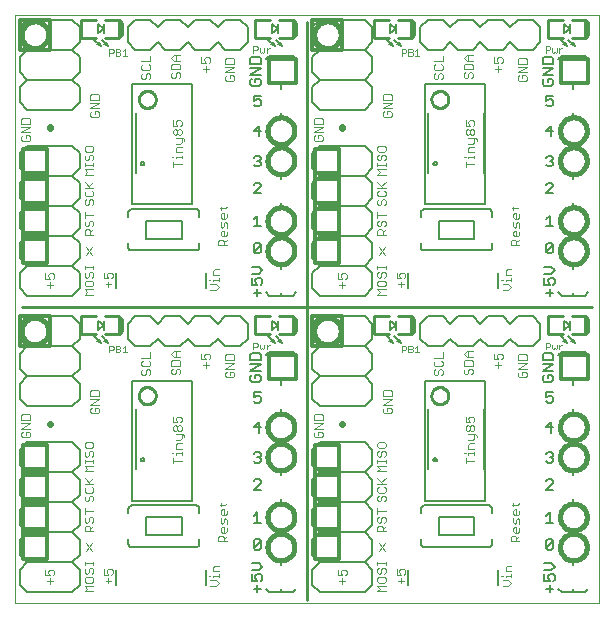
<source format=gto>
G75*
G70*
%OFA0B0*%
%FSLAX24Y24*%
%IPPOS*%
%LPD*%
%AMOC8*
5,1,8,0,0,1.08239X$1,22.5*
%
%ADD10C,0.0000*%
%ADD11C,0.0040*%
%ADD12C,0.0050*%
%ADD13C,0.0030*%
%ADD14C,0.0160*%
%ADD15C,0.0120*%
%ADD16C,0.0100*%
%ADD17C,0.0080*%
%ADD18C,0.0060*%
%ADD19C,0.0220*%
D10*
X000100Y000100D02*
X000100Y019721D01*
X019595Y019721D01*
X019595Y000100D01*
X000100Y000100D01*
D11*
X003131Y000854D02*
X003318Y000854D01*
X003224Y000761D02*
X003224Y000947D01*
X003224Y001055D02*
X003084Y001055D01*
X003084Y001242D01*
X003178Y001195D02*
X003178Y001149D01*
X003224Y001055D01*
X003318Y001055D02*
X003364Y001102D01*
X003364Y001195D01*
X003318Y001242D01*
X003224Y001242D01*
X003178Y001195D01*
X006578Y001016D02*
X006624Y001016D01*
X006718Y001016D02*
X006718Y000969D01*
X006718Y001016D02*
X006905Y001016D01*
X006905Y000969D02*
X006905Y001063D01*
X006905Y001166D02*
X006718Y001166D01*
X006718Y001306D01*
X006764Y001353D01*
X006905Y001353D01*
X006811Y000861D02*
X006624Y000861D01*
X006624Y000675D02*
X006811Y000675D01*
X006905Y000768D01*
X006811Y000861D01*
X006884Y002161D02*
X006884Y002301D01*
X006931Y002347D01*
X007024Y002347D01*
X007071Y002301D01*
X007071Y002161D01*
X007071Y002254D02*
X007164Y002347D01*
X007118Y002455D02*
X007024Y002455D01*
X006978Y002502D01*
X006978Y002595D01*
X007024Y002642D01*
X007071Y002642D01*
X007071Y002455D01*
X007118Y002455D02*
X007164Y002502D01*
X007164Y002595D01*
X007164Y002750D02*
X007164Y002890D01*
X007118Y002937D01*
X007071Y002890D01*
X007071Y002797D01*
X007024Y002750D01*
X006978Y002797D01*
X006978Y002937D01*
X007024Y003045D02*
X006978Y003091D01*
X006978Y003185D01*
X007024Y003231D01*
X007071Y003231D01*
X007071Y003045D01*
X007118Y003045D02*
X007024Y003045D01*
X007118Y003045D02*
X007164Y003091D01*
X007164Y003185D01*
X007118Y003386D02*
X006931Y003386D01*
X006978Y003339D02*
X006978Y003433D01*
X007118Y003386D02*
X007164Y003433D01*
X007164Y002161D02*
X006884Y002161D01*
X005664Y004854D02*
X005384Y004854D01*
X005384Y004761D02*
X005384Y004947D01*
X005478Y005055D02*
X005478Y005102D01*
X005664Y005102D01*
X005664Y005055D02*
X005664Y005149D01*
X005664Y005252D02*
X005478Y005252D01*
X005478Y005392D01*
X005524Y005438D01*
X005664Y005438D01*
X005618Y005546D02*
X005664Y005593D01*
X005664Y005733D01*
X005711Y005733D02*
X005758Y005686D01*
X005758Y005640D01*
X005711Y005733D02*
X005478Y005733D01*
X005478Y005841D02*
X005431Y005841D01*
X005384Y005888D01*
X005384Y005981D01*
X005431Y006028D01*
X005478Y006028D01*
X005524Y005981D01*
X005524Y005888D01*
X005478Y005841D01*
X005524Y005888D02*
X005571Y005841D01*
X005618Y005841D01*
X005664Y005888D01*
X005664Y005981D01*
X005618Y006028D01*
X005571Y006028D01*
X005524Y005981D01*
X005524Y006136D02*
X005478Y006229D01*
X005478Y006276D01*
X005524Y006322D01*
X005618Y006322D01*
X005664Y006276D01*
X005664Y006182D01*
X005618Y006136D01*
X005524Y006136D02*
X005384Y006136D01*
X005384Y006322D01*
X005478Y005546D02*
X005618Y005546D01*
X005384Y005102D02*
X005338Y005102D01*
X006624Y010550D02*
X006811Y010550D01*
X006905Y010643D01*
X006811Y010736D01*
X006624Y010736D01*
X006718Y010844D02*
X006718Y010891D01*
X006905Y010891D01*
X006905Y010844D02*
X006905Y010938D01*
X006905Y011041D02*
X006718Y011041D01*
X006718Y011181D01*
X006764Y011228D01*
X006905Y011228D01*
X006624Y010891D02*
X006578Y010891D01*
X006884Y012036D02*
X006884Y012176D01*
X006931Y012222D01*
X007024Y012222D01*
X007071Y012176D01*
X007071Y012036D01*
X007071Y012129D02*
X007164Y012222D01*
X007118Y012330D02*
X007024Y012330D01*
X006978Y012377D01*
X006978Y012470D01*
X007024Y012517D01*
X007071Y012517D01*
X007071Y012330D01*
X007118Y012330D02*
X007164Y012377D01*
X007164Y012470D01*
X007164Y012625D02*
X007164Y012765D01*
X007118Y012812D01*
X007071Y012765D01*
X007071Y012672D01*
X007024Y012625D01*
X006978Y012672D01*
X006978Y012812D01*
X007024Y012920D02*
X006978Y012966D01*
X006978Y013060D01*
X007024Y013106D01*
X007071Y013106D01*
X007071Y012920D01*
X007118Y012920D02*
X007024Y012920D01*
X007118Y012920D02*
X007164Y012966D01*
X007164Y013060D01*
X007118Y013261D02*
X006931Y013261D01*
X006978Y013214D02*
X006978Y013308D01*
X007118Y013261D02*
X007164Y013308D01*
X007164Y012036D02*
X006884Y012036D01*
X005384Y014636D02*
X005384Y014822D01*
X005384Y014729D02*
X005664Y014729D01*
X005664Y014930D02*
X005664Y015024D01*
X005664Y014977D02*
X005478Y014977D01*
X005478Y014930D01*
X005384Y014977D02*
X005338Y014977D01*
X005478Y015127D02*
X005478Y015267D01*
X005524Y015313D01*
X005664Y015313D01*
X005618Y015421D02*
X005664Y015468D01*
X005664Y015608D01*
X005711Y015608D02*
X005758Y015561D01*
X005758Y015515D01*
X005711Y015608D02*
X005478Y015608D01*
X005478Y015716D02*
X005431Y015716D01*
X005384Y015763D01*
X005384Y015856D01*
X005431Y015903D01*
X005478Y015903D01*
X005524Y015856D01*
X005524Y015763D01*
X005478Y015716D01*
X005524Y015763D02*
X005571Y015716D01*
X005618Y015716D01*
X005664Y015763D01*
X005664Y015856D01*
X005618Y015903D01*
X005571Y015903D01*
X005524Y015856D01*
X005524Y016011D02*
X005384Y016011D01*
X005384Y016197D01*
X005478Y016151D02*
X005524Y016197D01*
X005618Y016197D01*
X005664Y016151D01*
X005664Y016057D01*
X005618Y016011D01*
X005524Y016011D02*
X005478Y016104D01*
X005478Y016151D01*
X005478Y015421D02*
X005618Y015421D01*
X005664Y015127D02*
X005478Y015127D01*
X003318Y011117D02*
X003364Y011070D01*
X003364Y010977D01*
X003318Y010930D01*
X003224Y010930D02*
X003178Y011024D01*
X003178Y011070D01*
X003224Y011117D01*
X003318Y011117D01*
X003224Y010930D02*
X003084Y010930D01*
X003084Y011117D01*
X003224Y010822D02*
X003224Y010636D01*
X003131Y010729D02*
X003318Y010729D01*
X012834Y010930D02*
X012974Y010930D01*
X012928Y011024D01*
X012928Y011070D01*
X012974Y011117D01*
X013068Y011117D01*
X013114Y011070D01*
X013114Y010977D01*
X013068Y010930D01*
X012974Y010822D02*
X012974Y010636D01*
X012881Y010729D02*
X013068Y010729D01*
X012834Y010930D02*
X012834Y011117D01*
X016328Y010891D02*
X016374Y010891D01*
X016468Y010891D02*
X016655Y010891D01*
X016655Y010844D02*
X016655Y010938D01*
X016655Y011041D02*
X016468Y011041D01*
X016468Y011181D01*
X016514Y011228D01*
X016655Y011228D01*
X016468Y010891D02*
X016468Y010844D01*
X016561Y010736D02*
X016374Y010736D01*
X016374Y010550D02*
X016561Y010550D01*
X016655Y010643D01*
X016561Y010736D01*
X016634Y012036D02*
X016634Y012176D01*
X016681Y012222D01*
X016774Y012222D01*
X016821Y012176D01*
X016821Y012036D01*
X016821Y012129D02*
X016914Y012222D01*
X016868Y012330D02*
X016774Y012330D01*
X016728Y012377D01*
X016728Y012470D01*
X016774Y012517D01*
X016821Y012517D01*
X016821Y012330D01*
X016868Y012330D02*
X016914Y012377D01*
X016914Y012470D01*
X016914Y012625D02*
X016914Y012765D01*
X016868Y012812D01*
X016821Y012765D01*
X016821Y012672D01*
X016774Y012625D01*
X016728Y012672D01*
X016728Y012812D01*
X016774Y012920D02*
X016728Y012966D01*
X016728Y013060D01*
X016774Y013106D01*
X016821Y013106D01*
X016821Y012920D01*
X016868Y012920D02*
X016774Y012920D01*
X016868Y012920D02*
X016914Y012966D01*
X016914Y013060D01*
X016868Y013261D02*
X016681Y013261D01*
X016728Y013214D02*
X016728Y013308D01*
X016868Y013261D02*
X016914Y013308D01*
X016914Y012036D02*
X016634Y012036D01*
X015134Y014636D02*
X015134Y014822D01*
X015134Y014729D02*
X015414Y014729D01*
X015414Y014930D02*
X015414Y015024D01*
X015414Y014977D02*
X015228Y014977D01*
X015228Y014930D01*
X015134Y014977D02*
X015088Y014977D01*
X015228Y015127D02*
X015228Y015267D01*
X015274Y015313D01*
X015414Y015313D01*
X015368Y015421D02*
X015414Y015468D01*
X015414Y015608D01*
X015461Y015608D02*
X015508Y015561D01*
X015508Y015515D01*
X015461Y015608D02*
X015228Y015608D01*
X015228Y015716D02*
X015181Y015716D01*
X015134Y015763D01*
X015134Y015856D01*
X015181Y015903D01*
X015228Y015903D01*
X015274Y015856D01*
X015274Y015763D01*
X015228Y015716D01*
X015274Y015763D02*
X015321Y015716D01*
X015368Y015716D01*
X015414Y015763D01*
X015414Y015856D01*
X015368Y015903D01*
X015321Y015903D01*
X015274Y015856D01*
X015274Y016011D02*
X015134Y016011D01*
X015134Y016197D01*
X015228Y016151D02*
X015274Y016197D01*
X015368Y016197D01*
X015414Y016151D01*
X015414Y016057D01*
X015368Y016011D01*
X015274Y016011D02*
X015228Y016104D01*
X015228Y016151D01*
X015228Y015421D02*
X015368Y015421D01*
X015414Y015127D02*
X015228Y015127D01*
X015274Y006322D02*
X015368Y006322D01*
X015414Y006276D01*
X015414Y006182D01*
X015368Y006136D01*
X015274Y006136D02*
X015228Y006229D01*
X015228Y006276D01*
X015274Y006322D01*
X015134Y006322D02*
X015134Y006136D01*
X015274Y006136D01*
X015228Y006028D02*
X015274Y005981D01*
X015274Y005888D01*
X015228Y005841D01*
X015181Y005841D01*
X015134Y005888D01*
X015134Y005981D01*
X015181Y006028D01*
X015228Y006028D01*
X015274Y005981D02*
X015321Y006028D01*
X015368Y006028D01*
X015414Y005981D01*
X015414Y005888D01*
X015368Y005841D01*
X015321Y005841D01*
X015274Y005888D01*
X015228Y005733D02*
X015461Y005733D01*
X015508Y005686D01*
X015508Y005640D01*
X015414Y005593D02*
X015414Y005733D01*
X015414Y005593D02*
X015368Y005546D01*
X015228Y005546D01*
X015274Y005438D02*
X015414Y005438D01*
X015274Y005438D02*
X015228Y005392D01*
X015228Y005252D01*
X015414Y005252D01*
X015414Y005149D02*
X015414Y005055D01*
X015414Y005102D02*
X015228Y005102D01*
X015228Y005055D01*
X015134Y005102D02*
X015088Y005102D01*
X015134Y004947D02*
X015134Y004761D01*
X015134Y004854D02*
X015414Y004854D01*
X016728Y003433D02*
X016728Y003339D01*
X016681Y003386D02*
X016868Y003386D01*
X016914Y003433D01*
X016821Y003231D02*
X016821Y003045D01*
X016774Y003045D02*
X016728Y003091D01*
X016728Y003185D01*
X016774Y003231D01*
X016821Y003231D01*
X016914Y003185D02*
X016914Y003091D01*
X016868Y003045D01*
X016774Y003045D01*
X016728Y002937D02*
X016728Y002797D01*
X016774Y002750D01*
X016821Y002797D01*
X016821Y002890D01*
X016868Y002937D01*
X016914Y002890D01*
X016914Y002750D01*
X016821Y002642D02*
X016821Y002455D01*
X016774Y002455D02*
X016728Y002502D01*
X016728Y002595D01*
X016774Y002642D01*
X016821Y002642D01*
X016914Y002595D02*
X016914Y002502D01*
X016868Y002455D01*
X016774Y002455D01*
X016774Y002347D02*
X016681Y002347D01*
X016634Y002301D01*
X016634Y002161D01*
X016914Y002161D01*
X016821Y002161D02*
X016821Y002301D01*
X016774Y002347D01*
X016821Y002254D02*
X016914Y002347D01*
X016655Y001353D02*
X016514Y001353D01*
X016468Y001306D01*
X016468Y001166D01*
X016655Y001166D01*
X016655Y001063D02*
X016655Y000969D01*
X016655Y001016D02*
X016468Y001016D01*
X016468Y000969D01*
X016374Y001016D02*
X016328Y001016D01*
X016374Y000861D02*
X016561Y000861D01*
X016655Y000768D01*
X016561Y000675D01*
X016374Y000675D01*
X013114Y001102D02*
X013068Y001055D01*
X013114Y001102D02*
X013114Y001195D01*
X013068Y001242D01*
X012974Y001242D01*
X012928Y001195D01*
X012928Y001149D01*
X012974Y001055D01*
X012834Y001055D01*
X012834Y001242D01*
X012974Y000947D02*
X012974Y000761D01*
X012881Y000854D02*
X013068Y000854D01*
D12*
X013742Y001986D02*
X015908Y001986D01*
X015925Y001987D01*
X015942Y001992D01*
X015957Y001999D01*
X015971Y002009D01*
X015983Y002021D01*
X015993Y002035D01*
X016000Y002050D01*
X016005Y002067D01*
X016006Y002084D01*
X016006Y002242D01*
X015416Y002380D02*
X015416Y002970D01*
X014234Y002970D01*
X014234Y002380D01*
X015416Y002380D01*
X016006Y003108D02*
X016006Y003266D01*
X016005Y003283D01*
X016000Y003300D01*
X015993Y003315D01*
X015983Y003329D01*
X015971Y003341D01*
X015957Y003351D01*
X015942Y003358D01*
X015925Y003363D01*
X015908Y003364D01*
X013782Y003364D01*
X013761Y003366D01*
X013740Y003364D01*
X013720Y003358D01*
X013701Y003349D01*
X013684Y003337D01*
X013669Y003322D01*
X013658Y003305D01*
X013649Y003286D01*
X013644Y003266D01*
X013644Y003108D01*
X013644Y002242D02*
X013644Y002084D01*
X013645Y002067D01*
X013650Y002050D01*
X013657Y002035D01*
X013667Y002021D01*
X013679Y002009D01*
X013693Y001999D01*
X013708Y001992D01*
X013725Y001987D01*
X013742Y001986D01*
X017759Y001436D02*
X017993Y001436D01*
X018109Y001319D01*
X017993Y001202D01*
X017759Y001202D01*
X017759Y001067D02*
X017759Y000834D01*
X017934Y000834D01*
X017876Y000951D01*
X017876Y001009D01*
X017934Y001067D01*
X018051Y001067D01*
X018109Y001009D01*
X018109Y000892D01*
X018051Y000834D01*
X017934Y000699D02*
X017934Y000466D01*
X017818Y000582D02*
X018051Y000582D01*
X017991Y001891D02*
X017874Y001891D01*
X017816Y001949D01*
X018049Y002182D01*
X018049Y001949D01*
X017991Y001891D01*
X017816Y001949D02*
X017816Y002182D01*
X017874Y002241D01*
X017991Y002241D01*
X018049Y002182D01*
X018049Y002791D02*
X017816Y002791D01*
X017932Y002791D02*
X017932Y003141D01*
X017816Y003024D01*
X017816Y003891D02*
X018049Y004124D01*
X018049Y004182D01*
X017991Y004241D01*
X017874Y004241D01*
X017816Y004182D01*
X017816Y003891D02*
X018049Y003891D01*
X017991Y004791D02*
X017874Y004791D01*
X017816Y004849D01*
X017932Y004966D02*
X017991Y004966D01*
X018049Y004907D01*
X018049Y004849D01*
X017991Y004791D01*
X017991Y004966D02*
X018049Y005024D01*
X018049Y005082D01*
X017991Y005141D01*
X017874Y005141D01*
X017816Y005082D01*
X017991Y005791D02*
X017991Y006141D01*
X017816Y005966D01*
X018049Y005966D01*
X017991Y006791D02*
X017874Y006791D01*
X017816Y006849D01*
X017816Y006966D02*
X017932Y007024D01*
X017991Y007024D01*
X018049Y006966D01*
X018049Y006849D01*
X017991Y006791D01*
X017816Y006966D02*
X017816Y007141D01*
X018049Y007141D01*
X017991Y007480D02*
X017758Y007480D01*
X017699Y007538D01*
X017699Y007655D01*
X017758Y007713D01*
X017874Y007713D02*
X017874Y007596D01*
X017874Y007713D02*
X017991Y007713D01*
X018050Y007655D01*
X018050Y007538D01*
X017991Y007480D01*
X018050Y007848D02*
X017699Y007848D01*
X018050Y008081D01*
X017699Y008081D01*
X017699Y008216D02*
X017699Y008391D01*
X017758Y008450D01*
X017991Y008450D01*
X018050Y008391D01*
X018050Y008216D01*
X017699Y008216D01*
X017934Y010341D02*
X017934Y010574D01*
X017934Y010709D02*
X017876Y010826D01*
X017876Y010884D01*
X017934Y010942D01*
X018051Y010942D01*
X018109Y010884D01*
X018109Y010767D01*
X018051Y010709D01*
X017934Y010709D02*
X017759Y010709D01*
X017759Y010942D01*
X017759Y011077D02*
X017993Y011077D01*
X018109Y011194D01*
X017993Y011311D01*
X017759Y011311D01*
X017874Y011766D02*
X017816Y011824D01*
X018049Y012057D01*
X018049Y011824D01*
X017991Y011766D01*
X017874Y011766D01*
X017816Y011824D02*
X017816Y012057D01*
X017874Y012116D01*
X017991Y012116D01*
X018049Y012057D01*
X018049Y012666D02*
X017816Y012666D01*
X017932Y012666D02*
X017932Y013016D01*
X017816Y012899D01*
X017816Y013766D02*
X018049Y013999D01*
X018049Y014057D01*
X017991Y014116D01*
X017874Y014116D01*
X017816Y014057D01*
X017816Y013766D02*
X018049Y013766D01*
X017991Y014666D02*
X017874Y014666D01*
X017816Y014724D01*
X017932Y014841D02*
X017991Y014841D01*
X018049Y014782D01*
X018049Y014724D01*
X017991Y014666D01*
X017991Y014841D02*
X018049Y014899D01*
X018049Y014957D01*
X017991Y015016D01*
X017874Y015016D01*
X017816Y014957D01*
X017991Y015666D02*
X017991Y016016D01*
X017816Y015841D01*
X018049Y015841D01*
X017991Y016666D02*
X017874Y016666D01*
X017816Y016724D01*
X017816Y016841D02*
X017932Y016899D01*
X017991Y016899D01*
X018049Y016841D01*
X018049Y016724D01*
X017991Y016666D01*
X017816Y016841D02*
X017816Y017016D01*
X018049Y017016D01*
X017991Y017355D02*
X017758Y017355D01*
X017699Y017413D01*
X017699Y017530D01*
X017758Y017588D01*
X017874Y017588D02*
X017874Y017471D01*
X017874Y017588D02*
X017991Y017588D01*
X018050Y017530D01*
X018050Y017413D01*
X017991Y017355D01*
X018050Y017723D02*
X017699Y017723D01*
X018050Y017956D01*
X017699Y017956D01*
X017699Y018091D02*
X017699Y018266D01*
X017758Y018325D01*
X017991Y018325D01*
X018050Y018266D01*
X018050Y018091D01*
X017699Y018091D01*
X015908Y013239D02*
X013782Y013239D01*
X013761Y013241D01*
X013740Y013239D01*
X013720Y013233D01*
X013701Y013224D01*
X013684Y013212D01*
X013669Y013197D01*
X013658Y013180D01*
X013649Y013161D01*
X013644Y013141D01*
X013644Y012983D01*
X014234Y012845D02*
X014234Y012255D01*
X015416Y012255D01*
X015416Y012845D01*
X014234Y012845D01*
X013644Y012117D02*
X013644Y011959D01*
X013645Y011942D01*
X013650Y011925D01*
X013657Y011910D01*
X013667Y011896D01*
X013679Y011884D01*
X013693Y011874D01*
X013708Y011867D01*
X013725Y011862D01*
X013742Y011861D01*
X015908Y011861D01*
X015925Y011862D01*
X015942Y011867D01*
X015957Y011874D01*
X015971Y011884D01*
X015983Y011896D01*
X015993Y011910D01*
X016000Y011925D01*
X016005Y011942D01*
X016006Y011959D01*
X016006Y012117D01*
X016006Y012983D02*
X016006Y013141D01*
X016005Y013158D01*
X016000Y013175D01*
X015993Y013190D01*
X015983Y013204D01*
X015971Y013216D01*
X015957Y013226D01*
X015942Y013233D01*
X015925Y013238D01*
X015908Y013239D01*
X017818Y010457D02*
X018051Y010457D01*
X008359Y010767D02*
X008301Y010709D01*
X008359Y010767D02*
X008359Y010884D01*
X008301Y010942D01*
X008184Y010942D01*
X008126Y010884D01*
X008126Y010826D01*
X008184Y010709D01*
X008009Y010709D01*
X008009Y010942D01*
X008009Y011077D02*
X008243Y011077D01*
X008359Y011194D01*
X008243Y011311D01*
X008009Y011311D01*
X008124Y011766D02*
X008066Y011824D01*
X008299Y012057D01*
X008299Y011824D01*
X008241Y011766D01*
X008124Y011766D01*
X008066Y011824D02*
X008066Y012057D01*
X008124Y012116D01*
X008241Y012116D01*
X008299Y012057D01*
X008299Y012666D02*
X008066Y012666D01*
X008182Y012666D02*
X008182Y013016D01*
X008066Y012899D01*
X008066Y013766D02*
X008299Y013999D01*
X008299Y014057D01*
X008241Y014116D01*
X008124Y014116D01*
X008066Y014057D01*
X008066Y013766D02*
X008299Y013766D01*
X008241Y014666D02*
X008124Y014666D01*
X008066Y014724D01*
X008182Y014841D02*
X008241Y014841D01*
X008299Y014782D01*
X008299Y014724D01*
X008241Y014666D01*
X008241Y014841D02*
X008299Y014899D01*
X008299Y014957D01*
X008241Y015016D01*
X008124Y015016D01*
X008066Y014957D01*
X008241Y015666D02*
X008241Y016016D01*
X008066Y015841D01*
X008299Y015841D01*
X008241Y016666D02*
X008124Y016666D01*
X008066Y016724D01*
X008066Y016841D02*
X008182Y016899D01*
X008241Y016899D01*
X008299Y016841D01*
X008299Y016724D01*
X008241Y016666D01*
X008066Y016841D02*
X008066Y017016D01*
X008299Y017016D01*
X008241Y017355D02*
X008008Y017355D01*
X007949Y017413D01*
X007949Y017530D01*
X008008Y017588D01*
X008124Y017588D02*
X008124Y017471D01*
X008124Y017588D02*
X008241Y017588D01*
X008300Y017530D01*
X008300Y017413D01*
X008241Y017355D01*
X008300Y017723D02*
X007949Y017723D01*
X008300Y017956D01*
X007949Y017956D01*
X007949Y018091D02*
X007949Y018266D01*
X008008Y018325D01*
X008241Y018325D01*
X008300Y018266D01*
X008300Y018091D01*
X007949Y018091D01*
X006158Y013239D02*
X004032Y013239D01*
X004011Y013241D01*
X003990Y013239D01*
X003970Y013233D01*
X003951Y013224D01*
X003934Y013212D01*
X003919Y013197D01*
X003908Y013180D01*
X003899Y013161D01*
X003894Y013141D01*
X003894Y012983D01*
X004484Y012845D02*
X004484Y012255D01*
X005666Y012255D01*
X005666Y012845D01*
X004484Y012845D01*
X003894Y012117D02*
X003894Y011959D01*
X003895Y011942D01*
X003900Y011925D01*
X003907Y011910D01*
X003917Y011896D01*
X003929Y011884D01*
X003943Y011874D01*
X003958Y011867D01*
X003975Y011862D01*
X003992Y011861D01*
X006158Y011861D01*
X006175Y011862D01*
X006192Y011867D01*
X006207Y011874D01*
X006221Y011884D01*
X006233Y011896D01*
X006243Y011910D01*
X006250Y011925D01*
X006255Y011942D01*
X006256Y011959D01*
X006256Y012117D01*
X006256Y012983D02*
X006256Y013141D01*
X006255Y013158D01*
X006250Y013175D01*
X006243Y013190D01*
X006233Y013204D01*
X006221Y013216D01*
X006207Y013226D01*
X006192Y013233D01*
X006175Y013238D01*
X006158Y013239D01*
X008184Y010574D02*
X008184Y010341D01*
X008068Y010457D02*
X008301Y010457D01*
X008241Y008450D02*
X008008Y008450D01*
X007949Y008391D01*
X007949Y008216D01*
X008300Y008216D01*
X008300Y008391D01*
X008241Y008450D01*
X008300Y008081D02*
X007949Y008081D01*
X007949Y007848D02*
X008300Y008081D01*
X008300Y007848D02*
X007949Y007848D01*
X008008Y007713D02*
X007949Y007655D01*
X007949Y007538D01*
X008008Y007480D01*
X008241Y007480D01*
X008300Y007538D01*
X008300Y007655D01*
X008241Y007713D01*
X008124Y007713D01*
X008124Y007596D01*
X008066Y007141D02*
X008066Y006966D01*
X008182Y007024D01*
X008241Y007024D01*
X008299Y006966D01*
X008299Y006849D01*
X008241Y006791D01*
X008124Y006791D01*
X008066Y006849D01*
X008066Y007141D02*
X008299Y007141D01*
X008241Y006141D02*
X008066Y005966D01*
X008299Y005966D01*
X008241Y005791D02*
X008241Y006141D01*
X008241Y005141D02*
X008299Y005082D01*
X008299Y005024D01*
X008241Y004966D01*
X008299Y004907D01*
X008299Y004849D01*
X008241Y004791D01*
X008124Y004791D01*
X008066Y004849D01*
X008182Y004966D02*
X008241Y004966D01*
X008241Y005141D02*
X008124Y005141D01*
X008066Y005082D01*
X008124Y004241D02*
X008066Y004182D01*
X008124Y004241D02*
X008241Y004241D01*
X008299Y004182D01*
X008299Y004124D01*
X008066Y003891D01*
X008299Y003891D01*
X008182Y003141D02*
X008066Y003024D01*
X008182Y003141D02*
X008182Y002791D01*
X008066Y002791D02*
X008299Y002791D01*
X008241Y002241D02*
X008299Y002182D01*
X008066Y001949D01*
X008124Y001891D01*
X008241Y001891D01*
X008299Y001949D01*
X008299Y002182D01*
X008241Y002241D02*
X008124Y002241D01*
X008066Y002182D01*
X008066Y001949D01*
X008009Y001436D02*
X008243Y001436D01*
X008359Y001319D01*
X008243Y001202D01*
X008009Y001202D01*
X008009Y001067D02*
X008009Y000834D01*
X008184Y000834D01*
X008126Y000951D01*
X008126Y001009D01*
X008184Y001067D01*
X008301Y001067D01*
X008359Y001009D01*
X008359Y000892D01*
X008301Y000834D01*
X008184Y000699D02*
X008184Y000466D01*
X008068Y000582D02*
X008301Y000582D01*
X006256Y002084D02*
X006256Y002242D01*
X006256Y002084D02*
X006255Y002067D01*
X006250Y002050D01*
X006243Y002035D01*
X006233Y002021D01*
X006221Y002009D01*
X006207Y001999D01*
X006192Y001992D01*
X006175Y001987D01*
X006158Y001986D01*
X003992Y001986D01*
X003975Y001987D01*
X003958Y001992D01*
X003943Y001999D01*
X003929Y002009D01*
X003917Y002021D01*
X003907Y002035D01*
X003900Y002050D01*
X003895Y002067D01*
X003894Y002084D01*
X003894Y002242D01*
X004484Y002380D02*
X004484Y002970D01*
X005666Y002970D01*
X005666Y002380D01*
X004484Y002380D01*
X003894Y003108D02*
X003894Y003266D01*
X003899Y003286D01*
X003908Y003305D01*
X003919Y003322D01*
X003934Y003337D01*
X003951Y003349D01*
X003970Y003358D01*
X003990Y003364D01*
X004011Y003366D01*
X004032Y003364D01*
X006158Y003364D01*
X006175Y003363D01*
X006192Y003358D01*
X006207Y003351D01*
X006221Y003341D01*
X006233Y003329D01*
X006243Y003315D01*
X006250Y003300D01*
X006255Y003283D01*
X006256Y003266D01*
X006256Y003108D01*
D13*
X002917Y006475D02*
X002917Y006572D01*
X002869Y006620D01*
X002772Y006620D01*
X002772Y006523D01*
X002869Y006426D02*
X002917Y006475D01*
X002869Y006426D02*
X002675Y006426D01*
X002627Y006475D01*
X002627Y006572D01*
X002675Y006620D01*
X002627Y006721D02*
X002917Y006915D01*
X002627Y006915D01*
X002627Y007016D02*
X002627Y007161D01*
X002675Y007209D01*
X002869Y007209D01*
X002917Y007161D01*
X002917Y007016D01*
X002627Y007016D01*
X002627Y006721D02*
X002917Y006721D01*
X002675Y005474D02*
X002481Y005474D01*
X002433Y005425D01*
X002433Y005329D01*
X002481Y005280D01*
X002675Y005280D01*
X002723Y005329D01*
X002723Y005425D01*
X002675Y005474D01*
X002675Y005179D02*
X002723Y005131D01*
X002723Y005034D01*
X002675Y004986D01*
X002578Y005034D02*
X002578Y005131D01*
X002626Y005179D01*
X002675Y005179D01*
X002578Y005034D02*
X002529Y004986D01*
X002481Y004986D01*
X002433Y005034D01*
X002433Y005131D01*
X002481Y005179D01*
X002433Y004886D02*
X002433Y004789D01*
X002433Y004838D02*
X002723Y004838D01*
X002723Y004886D02*
X002723Y004789D01*
X002723Y004688D02*
X002433Y004688D01*
X002529Y004591D01*
X002433Y004495D01*
X002723Y004495D01*
X002723Y004277D02*
X002578Y004132D01*
X002626Y004084D02*
X002433Y004277D01*
X002433Y004084D02*
X002723Y004084D01*
X002675Y003983D02*
X002723Y003934D01*
X002723Y003838D01*
X002675Y003789D01*
X002481Y003789D01*
X002433Y003838D01*
X002433Y003934D01*
X002481Y003983D01*
X002481Y003688D02*
X002433Y003640D01*
X002433Y003543D01*
X002481Y003495D01*
X002529Y003495D01*
X002578Y003543D01*
X002578Y003640D01*
X002626Y003688D01*
X002675Y003688D01*
X002723Y003640D01*
X002723Y003543D01*
X002675Y003495D01*
X002723Y003181D02*
X002433Y003181D01*
X002433Y003277D02*
X002433Y003084D01*
X002481Y002983D02*
X002433Y002934D01*
X002433Y002838D01*
X002481Y002789D01*
X002529Y002789D01*
X002578Y002838D01*
X002578Y002934D01*
X002626Y002983D01*
X002675Y002983D01*
X002723Y002934D01*
X002723Y002838D01*
X002675Y002789D01*
X002723Y002688D02*
X002626Y002591D01*
X002626Y002640D02*
X002626Y002495D01*
X002723Y002495D02*
X002433Y002495D01*
X002433Y002640D01*
X002481Y002688D01*
X002578Y002688D01*
X002626Y002640D01*
X002688Y002117D02*
X002495Y001827D01*
X002688Y001827D02*
X002495Y002117D01*
X002433Y001475D02*
X002433Y001379D01*
X002433Y001427D02*
X002723Y001427D01*
X002723Y001379D02*
X002723Y001475D01*
X002675Y001277D02*
X002723Y001229D01*
X002723Y001132D01*
X002675Y001084D01*
X002675Y000983D02*
X002481Y000983D01*
X002433Y000934D01*
X002433Y000838D01*
X002481Y000789D01*
X002675Y000789D01*
X002723Y000838D01*
X002723Y000934D01*
X002675Y000983D01*
X002529Y001084D02*
X002578Y001132D01*
X002578Y001229D01*
X002626Y001277D01*
X002675Y001277D01*
X002481Y001277D02*
X002433Y001229D01*
X002433Y001132D01*
X002481Y001084D01*
X002529Y001084D01*
X002433Y000688D02*
X002723Y000688D01*
X002723Y000495D02*
X002433Y000495D01*
X002529Y000591D01*
X002433Y000688D01*
X001417Y001077D02*
X001369Y001028D01*
X001417Y001077D02*
X001417Y001173D01*
X001369Y001222D01*
X001272Y001222D01*
X001224Y001173D01*
X001224Y001125D01*
X001272Y001028D01*
X001127Y001028D01*
X001127Y001222D01*
X001272Y000927D02*
X001272Y000734D01*
X001175Y000830D02*
X001369Y000830D01*
X000569Y005626D02*
X000375Y005626D01*
X000327Y005675D01*
X000327Y005772D01*
X000375Y005820D01*
X000472Y005820D02*
X000472Y005723D01*
X000472Y005820D02*
X000569Y005820D01*
X000617Y005772D01*
X000617Y005675D01*
X000569Y005626D01*
X000617Y005921D02*
X000327Y005921D01*
X000617Y006115D01*
X000327Y006115D01*
X000327Y006216D02*
X000327Y006361D01*
X000375Y006409D01*
X000569Y006409D01*
X000617Y006361D01*
X000617Y006216D01*
X000327Y006216D01*
X003256Y008481D02*
X003256Y008691D01*
X003361Y008691D01*
X003396Y008656D01*
X003396Y008586D01*
X003361Y008551D01*
X003256Y008551D01*
X003477Y008586D02*
X003582Y008586D01*
X003617Y008551D01*
X003617Y008516D01*
X003582Y008481D01*
X003477Y008481D01*
X003477Y008691D01*
X003582Y008691D01*
X003617Y008656D01*
X003617Y008621D01*
X003582Y008586D01*
X003698Y008621D02*
X003768Y008691D01*
X003768Y008481D01*
X003698Y008481D02*
X003838Y008481D01*
X004327Y008291D02*
X004617Y008291D01*
X004617Y008484D01*
X004569Y008190D02*
X004617Y008141D01*
X004617Y008044D01*
X004569Y007996D01*
X004375Y007996D01*
X004327Y008044D01*
X004327Y008141D01*
X004375Y008190D01*
X004375Y007895D02*
X004327Y007847D01*
X004327Y007750D01*
X004375Y007701D01*
X004424Y007701D01*
X004472Y007750D01*
X004472Y007847D01*
X004520Y007895D01*
X004569Y007895D01*
X004617Y007847D01*
X004617Y007750D01*
X004569Y007701D01*
X005327Y007775D02*
X005375Y007726D01*
X005424Y007726D01*
X005472Y007775D01*
X005472Y007872D01*
X005520Y007920D01*
X005569Y007920D01*
X005617Y007872D01*
X005617Y007775D01*
X005569Y007726D01*
X005327Y007775D02*
X005327Y007872D01*
X005375Y007920D01*
X005327Y008021D02*
X005327Y008166D01*
X005375Y008215D01*
X005569Y008215D01*
X005617Y008166D01*
X005617Y008021D01*
X005327Y008021D01*
X005424Y008316D02*
X005327Y008412D01*
X005424Y008509D01*
X005617Y008509D01*
X005472Y008509D02*
X005472Y008316D01*
X005424Y008316D02*
X005617Y008316D01*
X006327Y008228D02*
X006472Y008228D01*
X006424Y008325D01*
X006424Y008373D01*
X006472Y008422D01*
X006569Y008422D01*
X006617Y008373D01*
X006617Y008277D01*
X006569Y008228D01*
X006472Y008127D02*
X006472Y007934D01*
X006375Y008030D02*
X006569Y008030D01*
X006327Y008228D02*
X006327Y008422D01*
X007127Y008361D02*
X007127Y008216D01*
X007417Y008216D01*
X007417Y008361D01*
X007369Y008409D01*
X007175Y008409D01*
X007127Y008361D01*
X007127Y008115D02*
X007417Y008115D01*
X007127Y007921D01*
X007417Y007921D01*
X007369Y007820D02*
X007272Y007820D01*
X007272Y007723D01*
X007175Y007626D02*
X007369Y007626D01*
X007417Y007675D01*
X007417Y007772D01*
X007369Y007820D01*
X007175Y007820D02*
X007127Y007772D01*
X007127Y007675D01*
X007175Y007626D01*
X008056Y008581D02*
X008056Y008791D01*
X008161Y008791D01*
X008196Y008756D01*
X008196Y008686D01*
X008161Y008651D01*
X008056Y008651D01*
X008277Y008616D02*
X008312Y008581D01*
X008347Y008616D01*
X008382Y008581D01*
X008417Y008616D01*
X008417Y008721D01*
X008498Y008721D02*
X008498Y008581D01*
X008498Y008651D02*
X008568Y008721D01*
X008603Y008721D01*
X008277Y008721D02*
X008277Y008616D01*
X010125Y006409D02*
X010077Y006361D01*
X010077Y006216D01*
X010367Y006216D01*
X010367Y006361D01*
X010319Y006409D01*
X010125Y006409D01*
X010077Y006115D02*
X010367Y006115D01*
X010077Y005921D01*
X010367Y005921D01*
X010319Y005820D02*
X010222Y005820D01*
X010222Y005723D01*
X010125Y005626D02*
X010319Y005626D01*
X010367Y005675D01*
X010367Y005772D01*
X010319Y005820D01*
X010125Y005820D02*
X010077Y005772D01*
X010077Y005675D01*
X010125Y005626D01*
X012183Y005425D02*
X012183Y005329D01*
X012231Y005280D01*
X012425Y005280D01*
X012473Y005329D01*
X012473Y005425D01*
X012425Y005474D01*
X012231Y005474D01*
X012183Y005425D01*
X012231Y005179D02*
X012183Y005131D01*
X012183Y005034D01*
X012231Y004986D01*
X012279Y004986D01*
X012328Y005034D01*
X012328Y005131D01*
X012376Y005179D01*
X012425Y005179D01*
X012473Y005131D01*
X012473Y005034D01*
X012425Y004986D01*
X012473Y004886D02*
X012473Y004789D01*
X012473Y004838D02*
X012183Y004838D01*
X012183Y004886D02*
X012183Y004789D01*
X012183Y004688D02*
X012473Y004688D01*
X012473Y004495D02*
X012183Y004495D01*
X012279Y004591D01*
X012183Y004688D01*
X012183Y004277D02*
X012376Y004084D01*
X012328Y004132D02*
X012473Y004277D01*
X012473Y004084D02*
X012183Y004084D01*
X012231Y003983D02*
X012183Y003934D01*
X012183Y003838D01*
X012231Y003789D01*
X012425Y003789D01*
X012473Y003838D01*
X012473Y003934D01*
X012425Y003983D01*
X012425Y003688D02*
X012376Y003688D01*
X012328Y003640D01*
X012328Y003543D01*
X012279Y003495D01*
X012231Y003495D01*
X012183Y003543D01*
X012183Y003640D01*
X012231Y003688D01*
X012425Y003688D02*
X012473Y003640D01*
X012473Y003543D01*
X012425Y003495D01*
X012473Y003181D02*
X012183Y003181D01*
X012183Y003277D02*
X012183Y003084D01*
X012231Y002983D02*
X012183Y002934D01*
X012183Y002838D01*
X012231Y002789D01*
X012279Y002789D01*
X012328Y002838D01*
X012328Y002934D01*
X012376Y002983D01*
X012425Y002983D01*
X012473Y002934D01*
X012473Y002838D01*
X012425Y002789D01*
X012473Y002688D02*
X012376Y002591D01*
X012376Y002640D02*
X012376Y002495D01*
X012473Y002495D02*
X012183Y002495D01*
X012183Y002640D01*
X012231Y002688D01*
X012328Y002688D01*
X012376Y002640D01*
X012438Y002117D02*
X012245Y001827D01*
X012438Y001827D02*
X012245Y002117D01*
X012183Y001475D02*
X012183Y001379D01*
X012183Y001427D02*
X012473Y001427D01*
X012473Y001379D02*
X012473Y001475D01*
X012425Y001277D02*
X012376Y001277D01*
X012328Y001229D01*
X012328Y001132D01*
X012279Y001084D01*
X012231Y001084D01*
X012183Y001132D01*
X012183Y001229D01*
X012231Y001277D01*
X012425Y001277D02*
X012473Y001229D01*
X012473Y001132D01*
X012425Y001084D01*
X012425Y000983D02*
X012231Y000983D01*
X012183Y000934D01*
X012183Y000838D01*
X012231Y000789D01*
X012425Y000789D01*
X012473Y000838D01*
X012473Y000934D01*
X012425Y000983D01*
X012473Y000688D02*
X012183Y000688D01*
X012279Y000591D01*
X012183Y000495D01*
X012473Y000495D01*
X011119Y000830D02*
X010925Y000830D01*
X011022Y000734D02*
X011022Y000927D01*
X011022Y001028D02*
X010974Y001125D01*
X010974Y001173D01*
X011022Y001222D01*
X011119Y001222D01*
X011167Y001173D01*
X011167Y001077D01*
X011119Y001028D01*
X011022Y001028D02*
X010877Y001028D01*
X010877Y001222D01*
X012425Y006426D02*
X012377Y006475D01*
X012377Y006572D01*
X012425Y006620D01*
X012522Y006620D02*
X012522Y006523D01*
X012522Y006620D02*
X012619Y006620D01*
X012667Y006572D01*
X012667Y006475D01*
X012619Y006426D01*
X012425Y006426D01*
X012377Y006721D02*
X012667Y006915D01*
X012377Y006915D01*
X012377Y007016D02*
X012377Y007161D01*
X012425Y007209D01*
X012619Y007209D01*
X012667Y007161D01*
X012667Y007016D01*
X012377Y007016D01*
X012377Y006721D02*
X012667Y006721D01*
X014077Y007750D02*
X014125Y007701D01*
X014174Y007701D01*
X014222Y007750D01*
X014222Y007847D01*
X014270Y007895D01*
X014319Y007895D01*
X014367Y007847D01*
X014367Y007750D01*
X014319Y007701D01*
X014077Y007750D02*
X014077Y007847D01*
X014125Y007895D01*
X014125Y007996D02*
X014319Y007996D01*
X014367Y008044D01*
X014367Y008141D01*
X014319Y008190D01*
X014367Y008291D02*
X014367Y008484D01*
X014367Y008291D02*
X014077Y008291D01*
X014125Y008190D02*
X014077Y008141D01*
X014077Y008044D01*
X014125Y007996D01*
X013588Y008481D02*
X013448Y008481D01*
X013518Y008481D02*
X013518Y008691D01*
X013448Y008621D01*
X013367Y008621D02*
X013332Y008586D01*
X013227Y008586D01*
X013146Y008586D02*
X013111Y008551D01*
X013006Y008551D01*
X013006Y008481D02*
X013006Y008691D01*
X013111Y008691D01*
X013146Y008656D01*
X013146Y008586D01*
X013227Y008481D02*
X013227Y008691D01*
X013332Y008691D01*
X013367Y008656D01*
X013367Y008621D01*
X013332Y008586D02*
X013367Y008551D01*
X013367Y008516D01*
X013332Y008481D01*
X013227Y008481D01*
X015077Y008412D02*
X015174Y008509D01*
X015367Y008509D01*
X015222Y008509D02*
X015222Y008316D01*
X015174Y008316D02*
X015077Y008412D01*
X015174Y008316D02*
X015367Y008316D01*
X015319Y008215D02*
X015367Y008166D01*
X015367Y008021D01*
X015077Y008021D01*
X015077Y008166D01*
X015125Y008215D01*
X015319Y008215D01*
X015319Y007920D02*
X015367Y007872D01*
X015367Y007775D01*
X015319Y007726D01*
X015222Y007775D02*
X015174Y007726D01*
X015125Y007726D01*
X015077Y007775D01*
X015077Y007872D01*
X015125Y007920D01*
X015222Y007872D02*
X015270Y007920D01*
X015319Y007920D01*
X015222Y007872D02*
X015222Y007775D01*
X016125Y008030D02*
X016319Y008030D01*
X016222Y007934D02*
X016222Y008127D01*
X016222Y008228D02*
X016174Y008325D01*
X016174Y008373D01*
X016222Y008422D01*
X016319Y008422D01*
X016367Y008373D01*
X016367Y008277D01*
X016319Y008228D01*
X016222Y008228D02*
X016077Y008228D01*
X016077Y008422D01*
X016877Y008361D02*
X016877Y008216D01*
X017167Y008216D01*
X017167Y008361D01*
X017119Y008409D01*
X016925Y008409D01*
X016877Y008361D01*
X016877Y008115D02*
X017167Y008115D01*
X016877Y007921D01*
X017167Y007921D01*
X017119Y007820D02*
X017167Y007772D01*
X017167Y007675D01*
X017119Y007626D01*
X016925Y007626D01*
X016877Y007675D01*
X016877Y007772D01*
X016925Y007820D01*
X017022Y007820D02*
X017022Y007723D01*
X017022Y007820D02*
X017119Y007820D01*
X017806Y008581D02*
X017806Y008791D01*
X017911Y008791D01*
X017946Y008756D01*
X017946Y008686D01*
X017911Y008651D01*
X017806Y008651D01*
X018027Y008616D02*
X018062Y008581D01*
X018097Y008616D01*
X018132Y008581D01*
X018167Y008616D01*
X018167Y008721D01*
X018248Y008721D02*
X018248Y008581D01*
X018248Y008651D02*
X018318Y008721D01*
X018353Y008721D01*
X018027Y008721D02*
X018027Y008616D01*
X012473Y010370D02*
X012183Y010370D01*
X012279Y010466D01*
X012183Y010563D01*
X012473Y010563D01*
X012425Y010664D02*
X012473Y010713D01*
X012473Y010809D01*
X012425Y010858D01*
X012231Y010858D01*
X012183Y010809D01*
X012183Y010713D01*
X012231Y010664D01*
X012425Y010664D01*
X012425Y010959D02*
X012473Y011007D01*
X012473Y011104D01*
X012425Y011152D01*
X012376Y011152D01*
X012328Y011104D01*
X012328Y011007D01*
X012279Y010959D01*
X012231Y010959D01*
X012183Y011007D01*
X012183Y011104D01*
X012231Y011152D01*
X012183Y011254D02*
X012183Y011350D01*
X012183Y011302D02*
X012473Y011302D01*
X012473Y011254D02*
X012473Y011350D01*
X012438Y011702D02*
X012245Y011992D01*
X012438Y011992D02*
X012245Y011702D01*
X012183Y012370D02*
X012183Y012515D01*
X012231Y012563D01*
X012328Y012563D01*
X012376Y012515D01*
X012376Y012370D01*
X012376Y012466D02*
X012473Y012563D01*
X012425Y012664D02*
X012473Y012713D01*
X012473Y012809D01*
X012425Y012858D01*
X012376Y012858D01*
X012328Y012809D01*
X012328Y012713D01*
X012279Y012664D01*
X012231Y012664D01*
X012183Y012713D01*
X012183Y012809D01*
X012231Y012858D01*
X012183Y012959D02*
X012183Y013152D01*
X012183Y013056D02*
X012473Y013056D01*
X012425Y013370D02*
X012473Y013418D01*
X012473Y013515D01*
X012425Y013563D01*
X012376Y013563D01*
X012328Y013515D01*
X012328Y013418D01*
X012279Y013370D01*
X012231Y013370D01*
X012183Y013418D01*
X012183Y013515D01*
X012231Y013563D01*
X012231Y013664D02*
X012425Y013664D01*
X012473Y013713D01*
X012473Y013809D01*
X012425Y013858D01*
X012473Y013959D02*
X012183Y013959D01*
X012231Y013858D02*
X012183Y013809D01*
X012183Y013713D01*
X012231Y013664D01*
X012376Y013959D02*
X012183Y014152D01*
X012328Y014007D02*
X012473Y014152D01*
X012473Y014370D02*
X012183Y014370D01*
X012279Y014466D01*
X012183Y014563D01*
X012473Y014563D01*
X012473Y014664D02*
X012473Y014761D01*
X012473Y014713D02*
X012183Y014713D01*
X012183Y014761D02*
X012183Y014664D01*
X012231Y014861D02*
X012279Y014861D01*
X012328Y014909D01*
X012328Y015006D01*
X012376Y015054D01*
X012425Y015054D01*
X012473Y015006D01*
X012473Y014909D01*
X012425Y014861D01*
X012231Y014861D02*
X012183Y014909D01*
X012183Y015006D01*
X012231Y015054D01*
X012231Y015155D02*
X012183Y015204D01*
X012183Y015300D01*
X012231Y015349D01*
X012425Y015349D01*
X012473Y015300D01*
X012473Y015204D01*
X012425Y015155D01*
X012231Y015155D01*
X012425Y016301D02*
X012377Y016350D01*
X012377Y016447D01*
X012425Y016495D01*
X012522Y016495D02*
X012522Y016398D01*
X012522Y016495D02*
X012619Y016495D01*
X012667Y016447D01*
X012667Y016350D01*
X012619Y016301D01*
X012425Y016301D01*
X012377Y016596D02*
X012667Y016790D01*
X012377Y016790D01*
X012377Y016891D02*
X012377Y017036D01*
X012425Y017084D01*
X012619Y017084D01*
X012667Y017036D01*
X012667Y016891D01*
X012377Y016891D01*
X012377Y016596D02*
X012667Y016596D01*
X014077Y017625D02*
X014125Y017576D01*
X014174Y017576D01*
X014222Y017625D01*
X014222Y017722D01*
X014270Y017770D01*
X014319Y017770D01*
X014367Y017722D01*
X014367Y017625D01*
X014319Y017576D01*
X014077Y017625D02*
X014077Y017722D01*
X014125Y017770D01*
X014125Y017871D02*
X014319Y017871D01*
X014367Y017919D01*
X014367Y018016D01*
X014319Y018065D01*
X014367Y018166D02*
X014367Y018359D01*
X014367Y018166D02*
X014077Y018166D01*
X014125Y018065D02*
X014077Y018016D01*
X014077Y017919D01*
X014125Y017871D01*
X013588Y018356D02*
X013448Y018356D01*
X013518Y018356D02*
X013518Y018566D01*
X013448Y018496D01*
X013367Y018496D02*
X013332Y018461D01*
X013227Y018461D01*
X013146Y018461D02*
X013111Y018426D01*
X013006Y018426D01*
X013006Y018356D02*
X013006Y018566D01*
X013111Y018566D01*
X013146Y018531D01*
X013146Y018461D01*
X013227Y018356D02*
X013227Y018566D01*
X013332Y018566D01*
X013367Y018531D01*
X013367Y018496D01*
X013332Y018461D02*
X013367Y018426D01*
X013367Y018391D01*
X013332Y018356D01*
X013227Y018356D01*
X015077Y018287D02*
X015174Y018384D01*
X015367Y018384D01*
X015222Y018384D02*
X015222Y018191D01*
X015174Y018191D02*
X015077Y018287D01*
X015174Y018191D02*
X015367Y018191D01*
X015319Y018090D02*
X015367Y018041D01*
X015367Y017896D01*
X015077Y017896D01*
X015077Y018041D01*
X015125Y018090D01*
X015319Y018090D01*
X015319Y017795D02*
X015367Y017747D01*
X015367Y017650D01*
X015319Y017601D01*
X015222Y017650D02*
X015174Y017601D01*
X015125Y017601D01*
X015077Y017650D01*
X015077Y017747D01*
X015125Y017795D01*
X015222Y017747D02*
X015270Y017795D01*
X015319Y017795D01*
X015222Y017747D02*
X015222Y017650D01*
X016125Y017905D02*
X016319Y017905D01*
X016222Y017809D02*
X016222Y018002D01*
X016222Y018103D02*
X016077Y018103D01*
X016077Y018297D01*
X016174Y018248D02*
X016174Y018200D01*
X016222Y018103D01*
X016319Y018103D02*
X016367Y018152D01*
X016367Y018248D01*
X016319Y018297D01*
X016222Y018297D01*
X016174Y018248D01*
X016877Y018236D02*
X016877Y018091D01*
X017167Y018091D01*
X017167Y018236D01*
X017119Y018284D01*
X016925Y018284D01*
X016877Y018236D01*
X016877Y017990D02*
X017167Y017990D01*
X016877Y017796D01*
X017167Y017796D01*
X017119Y017695D02*
X017167Y017647D01*
X017167Y017550D01*
X017119Y017501D01*
X016925Y017501D01*
X016877Y017550D01*
X016877Y017647D01*
X016925Y017695D01*
X017022Y017695D02*
X017022Y017598D01*
X017022Y017695D02*
X017119Y017695D01*
X017806Y018456D02*
X017806Y018666D01*
X017911Y018666D01*
X017946Y018631D01*
X017946Y018561D01*
X017911Y018526D01*
X017806Y018526D01*
X018027Y018491D02*
X018062Y018456D01*
X018097Y018491D01*
X018132Y018456D01*
X018167Y018491D01*
X018167Y018596D01*
X018248Y018596D02*
X018248Y018456D01*
X018248Y018526D02*
X018318Y018596D01*
X018353Y018596D01*
X018027Y018596D02*
X018027Y018491D01*
X012473Y012370D02*
X012183Y012370D01*
X011119Y011097D02*
X011022Y011097D01*
X010974Y011048D01*
X010974Y011000D01*
X011022Y010903D01*
X010877Y010903D01*
X010877Y011097D01*
X011119Y011097D02*
X011167Y011048D01*
X011167Y010952D01*
X011119Y010903D01*
X011022Y010802D02*
X011022Y010609D01*
X010925Y010705D02*
X011119Y010705D01*
X010319Y015501D02*
X010125Y015501D01*
X010077Y015550D01*
X010077Y015647D01*
X010125Y015695D01*
X010222Y015695D02*
X010222Y015598D01*
X010222Y015695D02*
X010319Y015695D01*
X010367Y015647D01*
X010367Y015550D01*
X010319Y015501D01*
X010367Y015796D02*
X010077Y015796D01*
X010367Y015990D01*
X010077Y015990D01*
X010077Y016091D02*
X010077Y016236D01*
X010125Y016284D01*
X010319Y016284D01*
X010367Y016236D01*
X010367Y016091D01*
X010077Y016091D01*
X008498Y018456D02*
X008498Y018596D01*
X008568Y018596D02*
X008603Y018596D01*
X008568Y018596D02*
X008498Y018526D01*
X008417Y018491D02*
X008417Y018596D01*
X008417Y018491D02*
X008382Y018456D01*
X008347Y018491D01*
X008312Y018456D01*
X008277Y018491D01*
X008277Y018596D01*
X008196Y018631D02*
X008161Y018666D01*
X008056Y018666D01*
X008056Y018456D01*
X008056Y018526D02*
X008161Y018526D01*
X008196Y018561D01*
X008196Y018631D01*
X007417Y018236D02*
X007417Y018091D01*
X007127Y018091D01*
X007127Y018236D01*
X007175Y018284D01*
X007369Y018284D01*
X007417Y018236D01*
X007417Y017990D02*
X007127Y017990D01*
X007127Y017796D02*
X007417Y017990D01*
X007417Y017796D02*
X007127Y017796D01*
X007175Y017695D02*
X007127Y017647D01*
X007127Y017550D01*
X007175Y017501D01*
X007369Y017501D01*
X007417Y017550D01*
X007417Y017647D01*
X007369Y017695D01*
X007272Y017695D01*
X007272Y017598D01*
X006569Y017905D02*
X006375Y017905D01*
X006472Y017809D02*
X006472Y018002D01*
X006472Y018103D02*
X006424Y018200D01*
X006424Y018248D01*
X006472Y018297D01*
X006569Y018297D01*
X006617Y018248D01*
X006617Y018152D01*
X006569Y018103D01*
X006472Y018103D02*
X006327Y018103D01*
X006327Y018297D01*
X005617Y018384D02*
X005424Y018384D01*
X005327Y018287D01*
X005424Y018191D01*
X005617Y018191D01*
X005569Y018090D02*
X005375Y018090D01*
X005327Y018041D01*
X005327Y017896D01*
X005617Y017896D01*
X005617Y018041D01*
X005569Y018090D01*
X005472Y018191D02*
X005472Y018384D01*
X005520Y017795D02*
X005472Y017747D01*
X005472Y017650D01*
X005424Y017601D01*
X005375Y017601D01*
X005327Y017650D01*
X005327Y017747D01*
X005375Y017795D01*
X005520Y017795D02*
X005569Y017795D01*
X005617Y017747D01*
X005617Y017650D01*
X005569Y017601D01*
X004617Y017625D02*
X004569Y017576D01*
X004617Y017625D02*
X004617Y017722D01*
X004569Y017770D01*
X004520Y017770D01*
X004472Y017722D01*
X004472Y017625D01*
X004424Y017576D01*
X004375Y017576D01*
X004327Y017625D01*
X004327Y017722D01*
X004375Y017770D01*
X004375Y017871D02*
X004327Y017919D01*
X004327Y018016D01*
X004375Y018065D01*
X004327Y018166D02*
X004617Y018166D01*
X004617Y018359D01*
X004569Y018065D02*
X004617Y018016D01*
X004617Y017919D01*
X004569Y017871D01*
X004375Y017871D01*
X003838Y018356D02*
X003698Y018356D01*
X003768Y018356D02*
X003768Y018566D01*
X003698Y018496D01*
X003617Y018496D02*
X003582Y018461D01*
X003477Y018461D01*
X003396Y018461D02*
X003361Y018426D01*
X003256Y018426D01*
X003256Y018356D02*
X003256Y018566D01*
X003361Y018566D01*
X003396Y018531D01*
X003396Y018461D01*
X003477Y018566D02*
X003582Y018566D01*
X003617Y018531D01*
X003617Y018496D01*
X003582Y018461D02*
X003617Y018426D01*
X003617Y018391D01*
X003582Y018356D01*
X003477Y018356D01*
X003477Y018566D01*
X002869Y017084D02*
X002675Y017084D01*
X002627Y017036D01*
X002627Y016891D01*
X002917Y016891D01*
X002917Y017036D01*
X002869Y017084D01*
X002917Y016790D02*
X002627Y016790D01*
X002627Y016596D02*
X002917Y016790D01*
X002917Y016596D02*
X002627Y016596D01*
X002675Y016495D02*
X002627Y016447D01*
X002627Y016350D01*
X002675Y016301D01*
X002869Y016301D01*
X002917Y016350D01*
X002917Y016447D01*
X002869Y016495D01*
X002772Y016495D01*
X002772Y016398D01*
X002675Y015349D02*
X002481Y015349D01*
X002433Y015300D01*
X002433Y015204D01*
X002481Y015155D01*
X002675Y015155D01*
X002723Y015204D01*
X002723Y015300D01*
X002675Y015349D01*
X002675Y015054D02*
X002723Y015006D01*
X002723Y014909D01*
X002675Y014861D01*
X002578Y014909D02*
X002578Y015006D01*
X002626Y015054D01*
X002675Y015054D01*
X002578Y014909D02*
X002529Y014861D01*
X002481Y014861D01*
X002433Y014909D01*
X002433Y015006D01*
X002481Y015054D01*
X002433Y014761D02*
X002433Y014664D01*
X002433Y014713D02*
X002723Y014713D01*
X002723Y014761D02*
X002723Y014664D01*
X002723Y014563D02*
X002433Y014563D01*
X002529Y014466D01*
X002433Y014370D01*
X002723Y014370D01*
X002723Y014152D02*
X002578Y014007D01*
X002626Y013959D02*
X002433Y014152D01*
X002433Y013959D02*
X002723Y013959D01*
X002675Y013858D02*
X002723Y013809D01*
X002723Y013713D01*
X002675Y013664D01*
X002481Y013664D01*
X002433Y013713D01*
X002433Y013809D01*
X002481Y013858D01*
X002481Y013563D02*
X002433Y013515D01*
X002433Y013418D01*
X002481Y013370D01*
X002529Y013370D01*
X002578Y013418D01*
X002578Y013515D01*
X002626Y013563D01*
X002675Y013563D01*
X002723Y013515D01*
X002723Y013418D01*
X002675Y013370D01*
X002433Y013152D02*
X002433Y012959D01*
X002433Y013056D02*
X002723Y013056D01*
X002675Y012858D02*
X002723Y012809D01*
X002723Y012713D01*
X002675Y012664D01*
X002578Y012713D02*
X002578Y012809D01*
X002626Y012858D01*
X002675Y012858D01*
X002578Y012713D02*
X002529Y012664D01*
X002481Y012664D01*
X002433Y012713D01*
X002433Y012809D01*
X002481Y012858D01*
X002481Y012563D02*
X002578Y012563D01*
X002626Y012515D01*
X002626Y012370D01*
X002626Y012466D02*
X002723Y012563D01*
X002723Y012370D02*
X002433Y012370D01*
X002433Y012515D01*
X002481Y012563D01*
X002495Y011992D02*
X002688Y011702D01*
X002495Y011702D02*
X002688Y011992D01*
X002723Y011350D02*
X002723Y011254D01*
X002723Y011302D02*
X002433Y011302D01*
X002433Y011254D02*
X002433Y011350D01*
X002481Y011152D02*
X002433Y011104D01*
X002433Y011007D01*
X002481Y010959D01*
X002529Y010959D01*
X002578Y011007D01*
X002578Y011104D01*
X002626Y011152D01*
X002675Y011152D01*
X002723Y011104D01*
X002723Y011007D01*
X002675Y010959D01*
X002675Y010858D02*
X002481Y010858D01*
X002433Y010809D01*
X002433Y010713D01*
X002481Y010664D01*
X002675Y010664D01*
X002723Y010713D01*
X002723Y010809D01*
X002675Y010858D01*
X002723Y010563D02*
X002433Y010563D01*
X002529Y010466D01*
X002433Y010370D01*
X002723Y010370D01*
X001417Y010952D02*
X001369Y010903D01*
X001417Y010952D02*
X001417Y011048D01*
X001369Y011097D01*
X001272Y011097D01*
X001224Y011048D01*
X001224Y011000D01*
X001272Y010903D01*
X001127Y010903D01*
X001127Y011097D01*
X001272Y010802D02*
X001272Y010609D01*
X001175Y010705D02*
X001369Y010705D01*
X000569Y015501D02*
X000375Y015501D01*
X000327Y015550D01*
X000327Y015647D01*
X000375Y015695D01*
X000472Y015695D02*
X000472Y015598D01*
X000472Y015695D02*
X000569Y015695D01*
X000617Y015647D01*
X000617Y015550D01*
X000569Y015501D01*
X000617Y015796D02*
X000327Y015796D01*
X000617Y015990D01*
X000327Y015990D01*
X000327Y016091D02*
X000327Y016236D01*
X000375Y016284D01*
X000569Y016284D01*
X000617Y016236D01*
X000617Y016091D01*
X000327Y016091D01*
D14*
X000328Y019050D02*
X000330Y019092D01*
X000336Y019133D01*
X000346Y019174D01*
X000359Y019214D01*
X000376Y019252D01*
X000397Y019288D01*
X000421Y019323D01*
X000448Y019355D01*
X000478Y019384D01*
X000511Y019410D01*
X000545Y019434D01*
X000582Y019453D01*
X000621Y019470D01*
X000661Y019482D01*
X000702Y019491D01*
X000744Y019496D01*
X000785Y019497D01*
X000827Y019494D01*
X000869Y019487D01*
X000909Y019476D01*
X000948Y019462D01*
X000986Y019444D01*
X001022Y019422D01*
X001056Y019398D01*
X001087Y019370D01*
X001116Y019339D01*
X001141Y019306D01*
X001164Y019270D01*
X001183Y019233D01*
X001198Y019194D01*
X001210Y019154D01*
X001218Y019113D01*
X001222Y019071D01*
X001222Y019029D01*
X001218Y018987D01*
X001210Y018946D01*
X001198Y018906D01*
X001183Y018867D01*
X001164Y018830D01*
X001141Y018794D01*
X001116Y018761D01*
X001087Y018730D01*
X001056Y018702D01*
X001022Y018678D01*
X000986Y018656D01*
X000948Y018638D01*
X000909Y018624D01*
X000869Y018613D01*
X000827Y018606D01*
X000785Y018603D01*
X000744Y018604D01*
X000702Y018609D01*
X000661Y018618D01*
X000621Y018630D01*
X000582Y018647D01*
X000545Y018666D01*
X000511Y018690D01*
X000478Y018716D01*
X000448Y018745D01*
X000421Y018777D01*
X000397Y018812D01*
X000376Y018848D01*
X000359Y018886D01*
X000346Y018926D01*
X000336Y018967D01*
X000330Y019008D01*
X000328Y019050D01*
X008528Y015850D02*
X008530Y015892D01*
X008536Y015933D01*
X008546Y015974D01*
X008559Y016014D01*
X008576Y016052D01*
X008597Y016088D01*
X008621Y016123D01*
X008648Y016155D01*
X008678Y016184D01*
X008711Y016210D01*
X008745Y016234D01*
X008782Y016253D01*
X008821Y016270D01*
X008861Y016282D01*
X008902Y016291D01*
X008944Y016296D01*
X008985Y016297D01*
X009027Y016294D01*
X009069Y016287D01*
X009109Y016276D01*
X009148Y016262D01*
X009186Y016244D01*
X009222Y016222D01*
X009256Y016198D01*
X009287Y016170D01*
X009316Y016139D01*
X009341Y016106D01*
X009364Y016070D01*
X009383Y016033D01*
X009398Y015994D01*
X009410Y015954D01*
X009418Y015913D01*
X009422Y015871D01*
X009422Y015829D01*
X009418Y015787D01*
X009410Y015746D01*
X009398Y015706D01*
X009383Y015667D01*
X009364Y015630D01*
X009341Y015594D01*
X009316Y015561D01*
X009287Y015530D01*
X009256Y015502D01*
X009222Y015478D01*
X009186Y015456D01*
X009148Y015438D01*
X009109Y015424D01*
X009069Y015413D01*
X009027Y015406D01*
X008985Y015403D01*
X008944Y015404D01*
X008902Y015409D01*
X008861Y015418D01*
X008821Y015430D01*
X008782Y015447D01*
X008745Y015466D01*
X008711Y015490D01*
X008678Y015516D01*
X008648Y015545D01*
X008621Y015577D01*
X008597Y015612D01*
X008576Y015648D01*
X008559Y015686D01*
X008546Y015726D01*
X008536Y015767D01*
X008530Y015808D01*
X008528Y015850D01*
X008528Y014850D02*
X008530Y014892D01*
X008536Y014933D01*
X008546Y014974D01*
X008559Y015014D01*
X008576Y015052D01*
X008597Y015088D01*
X008621Y015123D01*
X008648Y015155D01*
X008678Y015184D01*
X008711Y015210D01*
X008745Y015234D01*
X008782Y015253D01*
X008821Y015270D01*
X008861Y015282D01*
X008902Y015291D01*
X008944Y015296D01*
X008985Y015297D01*
X009027Y015294D01*
X009069Y015287D01*
X009109Y015276D01*
X009148Y015262D01*
X009186Y015244D01*
X009222Y015222D01*
X009256Y015198D01*
X009287Y015170D01*
X009316Y015139D01*
X009341Y015106D01*
X009364Y015070D01*
X009383Y015033D01*
X009398Y014994D01*
X009410Y014954D01*
X009418Y014913D01*
X009422Y014871D01*
X009422Y014829D01*
X009418Y014787D01*
X009410Y014746D01*
X009398Y014706D01*
X009383Y014667D01*
X009364Y014630D01*
X009341Y014594D01*
X009316Y014561D01*
X009287Y014530D01*
X009256Y014502D01*
X009222Y014478D01*
X009186Y014456D01*
X009148Y014438D01*
X009109Y014424D01*
X009069Y014413D01*
X009027Y014406D01*
X008985Y014403D01*
X008944Y014404D01*
X008902Y014409D01*
X008861Y014418D01*
X008821Y014430D01*
X008782Y014447D01*
X008745Y014466D01*
X008711Y014490D01*
X008678Y014516D01*
X008648Y014545D01*
X008621Y014577D01*
X008597Y014612D01*
X008576Y014648D01*
X008559Y014686D01*
X008546Y014726D01*
X008536Y014767D01*
X008530Y014808D01*
X008528Y014850D01*
X008528Y012850D02*
X008530Y012892D01*
X008536Y012933D01*
X008546Y012974D01*
X008559Y013014D01*
X008576Y013052D01*
X008597Y013088D01*
X008621Y013123D01*
X008648Y013155D01*
X008678Y013184D01*
X008711Y013210D01*
X008745Y013234D01*
X008782Y013253D01*
X008821Y013270D01*
X008861Y013282D01*
X008902Y013291D01*
X008944Y013296D01*
X008985Y013297D01*
X009027Y013294D01*
X009069Y013287D01*
X009109Y013276D01*
X009148Y013262D01*
X009186Y013244D01*
X009222Y013222D01*
X009256Y013198D01*
X009287Y013170D01*
X009316Y013139D01*
X009341Y013106D01*
X009364Y013070D01*
X009383Y013033D01*
X009398Y012994D01*
X009410Y012954D01*
X009418Y012913D01*
X009422Y012871D01*
X009422Y012829D01*
X009418Y012787D01*
X009410Y012746D01*
X009398Y012706D01*
X009383Y012667D01*
X009364Y012630D01*
X009341Y012594D01*
X009316Y012561D01*
X009287Y012530D01*
X009256Y012502D01*
X009222Y012478D01*
X009186Y012456D01*
X009148Y012438D01*
X009109Y012424D01*
X009069Y012413D01*
X009027Y012406D01*
X008985Y012403D01*
X008944Y012404D01*
X008902Y012409D01*
X008861Y012418D01*
X008821Y012430D01*
X008782Y012447D01*
X008745Y012466D01*
X008711Y012490D01*
X008678Y012516D01*
X008648Y012545D01*
X008621Y012577D01*
X008597Y012612D01*
X008576Y012648D01*
X008559Y012686D01*
X008546Y012726D01*
X008536Y012767D01*
X008530Y012808D01*
X008528Y012850D01*
X008528Y011850D02*
X008530Y011892D01*
X008536Y011933D01*
X008546Y011974D01*
X008559Y012014D01*
X008576Y012052D01*
X008597Y012088D01*
X008621Y012123D01*
X008648Y012155D01*
X008678Y012184D01*
X008711Y012210D01*
X008745Y012234D01*
X008782Y012253D01*
X008821Y012270D01*
X008861Y012282D01*
X008902Y012291D01*
X008944Y012296D01*
X008985Y012297D01*
X009027Y012294D01*
X009069Y012287D01*
X009109Y012276D01*
X009148Y012262D01*
X009186Y012244D01*
X009222Y012222D01*
X009256Y012198D01*
X009287Y012170D01*
X009316Y012139D01*
X009341Y012106D01*
X009364Y012070D01*
X009383Y012033D01*
X009398Y011994D01*
X009410Y011954D01*
X009418Y011913D01*
X009422Y011871D01*
X009422Y011829D01*
X009418Y011787D01*
X009410Y011746D01*
X009398Y011706D01*
X009383Y011667D01*
X009364Y011630D01*
X009341Y011594D01*
X009316Y011561D01*
X009287Y011530D01*
X009256Y011502D01*
X009222Y011478D01*
X009186Y011456D01*
X009148Y011438D01*
X009109Y011424D01*
X009069Y011413D01*
X009027Y011406D01*
X008985Y011403D01*
X008944Y011404D01*
X008902Y011409D01*
X008861Y011418D01*
X008821Y011430D01*
X008782Y011447D01*
X008745Y011466D01*
X008711Y011490D01*
X008678Y011516D01*
X008648Y011545D01*
X008621Y011577D01*
X008597Y011612D01*
X008576Y011648D01*
X008559Y011686D01*
X008546Y011726D01*
X008536Y011767D01*
X008530Y011808D01*
X008528Y011850D01*
X010078Y009175D02*
X010080Y009217D01*
X010086Y009258D01*
X010096Y009299D01*
X010109Y009339D01*
X010126Y009377D01*
X010147Y009413D01*
X010171Y009448D01*
X010198Y009480D01*
X010228Y009509D01*
X010261Y009535D01*
X010295Y009559D01*
X010332Y009578D01*
X010371Y009595D01*
X010411Y009607D01*
X010452Y009616D01*
X010494Y009621D01*
X010535Y009622D01*
X010577Y009619D01*
X010619Y009612D01*
X010659Y009601D01*
X010698Y009587D01*
X010736Y009569D01*
X010772Y009547D01*
X010806Y009523D01*
X010837Y009495D01*
X010866Y009464D01*
X010891Y009431D01*
X010914Y009395D01*
X010933Y009358D01*
X010948Y009319D01*
X010960Y009279D01*
X010968Y009238D01*
X010972Y009196D01*
X010972Y009154D01*
X010968Y009112D01*
X010960Y009071D01*
X010948Y009031D01*
X010933Y008992D01*
X010914Y008955D01*
X010891Y008919D01*
X010866Y008886D01*
X010837Y008855D01*
X010806Y008827D01*
X010772Y008803D01*
X010736Y008781D01*
X010698Y008763D01*
X010659Y008749D01*
X010619Y008738D01*
X010577Y008731D01*
X010535Y008728D01*
X010494Y008729D01*
X010452Y008734D01*
X010411Y008743D01*
X010371Y008755D01*
X010332Y008772D01*
X010295Y008791D01*
X010261Y008815D01*
X010228Y008841D01*
X010198Y008870D01*
X010171Y008902D01*
X010147Y008937D01*
X010126Y008973D01*
X010109Y009011D01*
X010096Y009051D01*
X010086Y009092D01*
X010080Y009133D01*
X010078Y009175D01*
X008528Y005975D02*
X008530Y006017D01*
X008536Y006058D01*
X008546Y006099D01*
X008559Y006139D01*
X008576Y006177D01*
X008597Y006213D01*
X008621Y006248D01*
X008648Y006280D01*
X008678Y006309D01*
X008711Y006335D01*
X008745Y006359D01*
X008782Y006378D01*
X008821Y006395D01*
X008861Y006407D01*
X008902Y006416D01*
X008944Y006421D01*
X008985Y006422D01*
X009027Y006419D01*
X009069Y006412D01*
X009109Y006401D01*
X009148Y006387D01*
X009186Y006369D01*
X009222Y006347D01*
X009256Y006323D01*
X009287Y006295D01*
X009316Y006264D01*
X009341Y006231D01*
X009364Y006195D01*
X009383Y006158D01*
X009398Y006119D01*
X009410Y006079D01*
X009418Y006038D01*
X009422Y005996D01*
X009422Y005954D01*
X009418Y005912D01*
X009410Y005871D01*
X009398Y005831D01*
X009383Y005792D01*
X009364Y005755D01*
X009341Y005719D01*
X009316Y005686D01*
X009287Y005655D01*
X009256Y005627D01*
X009222Y005603D01*
X009186Y005581D01*
X009148Y005563D01*
X009109Y005549D01*
X009069Y005538D01*
X009027Y005531D01*
X008985Y005528D01*
X008944Y005529D01*
X008902Y005534D01*
X008861Y005543D01*
X008821Y005555D01*
X008782Y005572D01*
X008745Y005591D01*
X008711Y005615D01*
X008678Y005641D01*
X008648Y005670D01*
X008621Y005702D01*
X008597Y005737D01*
X008576Y005773D01*
X008559Y005811D01*
X008546Y005851D01*
X008536Y005892D01*
X008530Y005933D01*
X008528Y005975D01*
X008528Y004975D02*
X008530Y005017D01*
X008536Y005058D01*
X008546Y005099D01*
X008559Y005139D01*
X008576Y005177D01*
X008597Y005213D01*
X008621Y005248D01*
X008648Y005280D01*
X008678Y005309D01*
X008711Y005335D01*
X008745Y005359D01*
X008782Y005378D01*
X008821Y005395D01*
X008861Y005407D01*
X008902Y005416D01*
X008944Y005421D01*
X008985Y005422D01*
X009027Y005419D01*
X009069Y005412D01*
X009109Y005401D01*
X009148Y005387D01*
X009186Y005369D01*
X009222Y005347D01*
X009256Y005323D01*
X009287Y005295D01*
X009316Y005264D01*
X009341Y005231D01*
X009364Y005195D01*
X009383Y005158D01*
X009398Y005119D01*
X009410Y005079D01*
X009418Y005038D01*
X009422Y004996D01*
X009422Y004954D01*
X009418Y004912D01*
X009410Y004871D01*
X009398Y004831D01*
X009383Y004792D01*
X009364Y004755D01*
X009341Y004719D01*
X009316Y004686D01*
X009287Y004655D01*
X009256Y004627D01*
X009222Y004603D01*
X009186Y004581D01*
X009148Y004563D01*
X009109Y004549D01*
X009069Y004538D01*
X009027Y004531D01*
X008985Y004528D01*
X008944Y004529D01*
X008902Y004534D01*
X008861Y004543D01*
X008821Y004555D01*
X008782Y004572D01*
X008745Y004591D01*
X008711Y004615D01*
X008678Y004641D01*
X008648Y004670D01*
X008621Y004702D01*
X008597Y004737D01*
X008576Y004773D01*
X008559Y004811D01*
X008546Y004851D01*
X008536Y004892D01*
X008530Y004933D01*
X008528Y004975D01*
X008528Y002975D02*
X008530Y003017D01*
X008536Y003058D01*
X008546Y003099D01*
X008559Y003139D01*
X008576Y003177D01*
X008597Y003213D01*
X008621Y003248D01*
X008648Y003280D01*
X008678Y003309D01*
X008711Y003335D01*
X008745Y003359D01*
X008782Y003378D01*
X008821Y003395D01*
X008861Y003407D01*
X008902Y003416D01*
X008944Y003421D01*
X008985Y003422D01*
X009027Y003419D01*
X009069Y003412D01*
X009109Y003401D01*
X009148Y003387D01*
X009186Y003369D01*
X009222Y003347D01*
X009256Y003323D01*
X009287Y003295D01*
X009316Y003264D01*
X009341Y003231D01*
X009364Y003195D01*
X009383Y003158D01*
X009398Y003119D01*
X009410Y003079D01*
X009418Y003038D01*
X009422Y002996D01*
X009422Y002954D01*
X009418Y002912D01*
X009410Y002871D01*
X009398Y002831D01*
X009383Y002792D01*
X009364Y002755D01*
X009341Y002719D01*
X009316Y002686D01*
X009287Y002655D01*
X009256Y002627D01*
X009222Y002603D01*
X009186Y002581D01*
X009148Y002563D01*
X009109Y002549D01*
X009069Y002538D01*
X009027Y002531D01*
X008985Y002528D01*
X008944Y002529D01*
X008902Y002534D01*
X008861Y002543D01*
X008821Y002555D01*
X008782Y002572D01*
X008745Y002591D01*
X008711Y002615D01*
X008678Y002641D01*
X008648Y002670D01*
X008621Y002702D01*
X008597Y002737D01*
X008576Y002773D01*
X008559Y002811D01*
X008546Y002851D01*
X008536Y002892D01*
X008530Y002933D01*
X008528Y002975D01*
X008528Y001975D02*
X008530Y002017D01*
X008536Y002058D01*
X008546Y002099D01*
X008559Y002139D01*
X008576Y002177D01*
X008597Y002213D01*
X008621Y002248D01*
X008648Y002280D01*
X008678Y002309D01*
X008711Y002335D01*
X008745Y002359D01*
X008782Y002378D01*
X008821Y002395D01*
X008861Y002407D01*
X008902Y002416D01*
X008944Y002421D01*
X008985Y002422D01*
X009027Y002419D01*
X009069Y002412D01*
X009109Y002401D01*
X009148Y002387D01*
X009186Y002369D01*
X009222Y002347D01*
X009256Y002323D01*
X009287Y002295D01*
X009316Y002264D01*
X009341Y002231D01*
X009364Y002195D01*
X009383Y002158D01*
X009398Y002119D01*
X009410Y002079D01*
X009418Y002038D01*
X009422Y001996D01*
X009422Y001954D01*
X009418Y001912D01*
X009410Y001871D01*
X009398Y001831D01*
X009383Y001792D01*
X009364Y001755D01*
X009341Y001719D01*
X009316Y001686D01*
X009287Y001655D01*
X009256Y001627D01*
X009222Y001603D01*
X009186Y001581D01*
X009148Y001563D01*
X009109Y001549D01*
X009069Y001538D01*
X009027Y001531D01*
X008985Y001528D01*
X008944Y001529D01*
X008902Y001534D01*
X008861Y001543D01*
X008821Y001555D01*
X008782Y001572D01*
X008745Y001591D01*
X008711Y001615D01*
X008678Y001641D01*
X008648Y001670D01*
X008621Y001702D01*
X008597Y001737D01*
X008576Y001773D01*
X008559Y001811D01*
X008546Y001851D01*
X008536Y001892D01*
X008530Y001933D01*
X008528Y001975D01*
X000328Y009175D02*
X000330Y009217D01*
X000336Y009258D01*
X000346Y009299D01*
X000359Y009339D01*
X000376Y009377D01*
X000397Y009413D01*
X000421Y009448D01*
X000448Y009480D01*
X000478Y009509D01*
X000511Y009535D01*
X000545Y009559D01*
X000582Y009578D01*
X000621Y009595D01*
X000661Y009607D01*
X000702Y009616D01*
X000744Y009621D01*
X000785Y009622D01*
X000827Y009619D01*
X000869Y009612D01*
X000909Y009601D01*
X000948Y009587D01*
X000986Y009569D01*
X001022Y009547D01*
X001056Y009523D01*
X001087Y009495D01*
X001116Y009464D01*
X001141Y009431D01*
X001164Y009395D01*
X001183Y009358D01*
X001198Y009319D01*
X001210Y009279D01*
X001218Y009238D01*
X001222Y009196D01*
X001222Y009154D01*
X001218Y009112D01*
X001210Y009071D01*
X001198Y009031D01*
X001183Y008992D01*
X001164Y008955D01*
X001141Y008919D01*
X001116Y008886D01*
X001087Y008855D01*
X001056Y008827D01*
X001022Y008803D01*
X000986Y008781D01*
X000948Y008763D01*
X000909Y008749D01*
X000869Y008738D01*
X000827Y008731D01*
X000785Y008728D01*
X000744Y008729D01*
X000702Y008734D01*
X000661Y008743D01*
X000621Y008755D01*
X000582Y008772D01*
X000545Y008791D01*
X000511Y008815D01*
X000478Y008841D01*
X000448Y008870D01*
X000421Y008902D01*
X000397Y008937D01*
X000376Y008973D01*
X000359Y009011D01*
X000346Y009051D01*
X000336Y009092D01*
X000330Y009133D01*
X000328Y009175D01*
X010078Y019050D02*
X010080Y019092D01*
X010086Y019133D01*
X010096Y019174D01*
X010109Y019214D01*
X010126Y019252D01*
X010147Y019288D01*
X010171Y019323D01*
X010198Y019355D01*
X010228Y019384D01*
X010261Y019410D01*
X010295Y019434D01*
X010332Y019453D01*
X010371Y019470D01*
X010411Y019482D01*
X010452Y019491D01*
X010494Y019496D01*
X010535Y019497D01*
X010577Y019494D01*
X010619Y019487D01*
X010659Y019476D01*
X010698Y019462D01*
X010736Y019444D01*
X010772Y019422D01*
X010806Y019398D01*
X010837Y019370D01*
X010866Y019339D01*
X010891Y019306D01*
X010914Y019270D01*
X010933Y019233D01*
X010948Y019194D01*
X010960Y019154D01*
X010968Y019113D01*
X010972Y019071D01*
X010972Y019029D01*
X010968Y018987D01*
X010960Y018946D01*
X010948Y018906D01*
X010933Y018867D01*
X010914Y018830D01*
X010891Y018794D01*
X010866Y018761D01*
X010837Y018730D01*
X010806Y018702D01*
X010772Y018678D01*
X010736Y018656D01*
X010698Y018638D01*
X010659Y018624D01*
X010619Y018613D01*
X010577Y018606D01*
X010535Y018603D01*
X010494Y018604D01*
X010452Y018609D01*
X010411Y018618D01*
X010371Y018630D01*
X010332Y018647D01*
X010295Y018666D01*
X010261Y018690D01*
X010228Y018716D01*
X010198Y018745D01*
X010171Y018777D01*
X010147Y018812D01*
X010126Y018848D01*
X010109Y018886D01*
X010096Y018926D01*
X010086Y018967D01*
X010080Y019008D01*
X010078Y019050D01*
X018278Y015850D02*
X018280Y015892D01*
X018286Y015933D01*
X018296Y015974D01*
X018309Y016014D01*
X018326Y016052D01*
X018347Y016088D01*
X018371Y016123D01*
X018398Y016155D01*
X018428Y016184D01*
X018461Y016210D01*
X018495Y016234D01*
X018532Y016253D01*
X018571Y016270D01*
X018611Y016282D01*
X018652Y016291D01*
X018694Y016296D01*
X018735Y016297D01*
X018777Y016294D01*
X018819Y016287D01*
X018859Y016276D01*
X018898Y016262D01*
X018936Y016244D01*
X018972Y016222D01*
X019006Y016198D01*
X019037Y016170D01*
X019066Y016139D01*
X019091Y016106D01*
X019114Y016070D01*
X019133Y016033D01*
X019148Y015994D01*
X019160Y015954D01*
X019168Y015913D01*
X019172Y015871D01*
X019172Y015829D01*
X019168Y015787D01*
X019160Y015746D01*
X019148Y015706D01*
X019133Y015667D01*
X019114Y015630D01*
X019091Y015594D01*
X019066Y015561D01*
X019037Y015530D01*
X019006Y015502D01*
X018972Y015478D01*
X018936Y015456D01*
X018898Y015438D01*
X018859Y015424D01*
X018819Y015413D01*
X018777Y015406D01*
X018735Y015403D01*
X018694Y015404D01*
X018652Y015409D01*
X018611Y015418D01*
X018571Y015430D01*
X018532Y015447D01*
X018495Y015466D01*
X018461Y015490D01*
X018428Y015516D01*
X018398Y015545D01*
X018371Y015577D01*
X018347Y015612D01*
X018326Y015648D01*
X018309Y015686D01*
X018296Y015726D01*
X018286Y015767D01*
X018280Y015808D01*
X018278Y015850D01*
X018278Y014850D02*
X018280Y014892D01*
X018286Y014933D01*
X018296Y014974D01*
X018309Y015014D01*
X018326Y015052D01*
X018347Y015088D01*
X018371Y015123D01*
X018398Y015155D01*
X018428Y015184D01*
X018461Y015210D01*
X018495Y015234D01*
X018532Y015253D01*
X018571Y015270D01*
X018611Y015282D01*
X018652Y015291D01*
X018694Y015296D01*
X018735Y015297D01*
X018777Y015294D01*
X018819Y015287D01*
X018859Y015276D01*
X018898Y015262D01*
X018936Y015244D01*
X018972Y015222D01*
X019006Y015198D01*
X019037Y015170D01*
X019066Y015139D01*
X019091Y015106D01*
X019114Y015070D01*
X019133Y015033D01*
X019148Y014994D01*
X019160Y014954D01*
X019168Y014913D01*
X019172Y014871D01*
X019172Y014829D01*
X019168Y014787D01*
X019160Y014746D01*
X019148Y014706D01*
X019133Y014667D01*
X019114Y014630D01*
X019091Y014594D01*
X019066Y014561D01*
X019037Y014530D01*
X019006Y014502D01*
X018972Y014478D01*
X018936Y014456D01*
X018898Y014438D01*
X018859Y014424D01*
X018819Y014413D01*
X018777Y014406D01*
X018735Y014403D01*
X018694Y014404D01*
X018652Y014409D01*
X018611Y014418D01*
X018571Y014430D01*
X018532Y014447D01*
X018495Y014466D01*
X018461Y014490D01*
X018428Y014516D01*
X018398Y014545D01*
X018371Y014577D01*
X018347Y014612D01*
X018326Y014648D01*
X018309Y014686D01*
X018296Y014726D01*
X018286Y014767D01*
X018280Y014808D01*
X018278Y014850D01*
X018278Y012850D02*
X018280Y012892D01*
X018286Y012933D01*
X018296Y012974D01*
X018309Y013014D01*
X018326Y013052D01*
X018347Y013088D01*
X018371Y013123D01*
X018398Y013155D01*
X018428Y013184D01*
X018461Y013210D01*
X018495Y013234D01*
X018532Y013253D01*
X018571Y013270D01*
X018611Y013282D01*
X018652Y013291D01*
X018694Y013296D01*
X018735Y013297D01*
X018777Y013294D01*
X018819Y013287D01*
X018859Y013276D01*
X018898Y013262D01*
X018936Y013244D01*
X018972Y013222D01*
X019006Y013198D01*
X019037Y013170D01*
X019066Y013139D01*
X019091Y013106D01*
X019114Y013070D01*
X019133Y013033D01*
X019148Y012994D01*
X019160Y012954D01*
X019168Y012913D01*
X019172Y012871D01*
X019172Y012829D01*
X019168Y012787D01*
X019160Y012746D01*
X019148Y012706D01*
X019133Y012667D01*
X019114Y012630D01*
X019091Y012594D01*
X019066Y012561D01*
X019037Y012530D01*
X019006Y012502D01*
X018972Y012478D01*
X018936Y012456D01*
X018898Y012438D01*
X018859Y012424D01*
X018819Y012413D01*
X018777Y012406D01*
X018735Y012403D01*
X018694Y012404D01*
X018652Y012409D01*
X018611Y012418D01*
X018571Y012430D01*
X018532Y012447D01*
X018495Y012466D01*
X018461Y012490D01*
X018428Y012516D01*
X018398Y012545D01*
X018371Y012577D01*
X018347Y012612D01*
X018326Y012648D01*
X018309Y012686D01*
X018296Y012726D01*
X018286Y012767D01*
X018280Y012808D01*
X018278Y012850D01*
X018278Y011850D02*
X018280Y011892D01*
X018286Y011933D01*
X018296Y011974D01*
X018309Y012014D01*
X018326Y012052D01*
X018347Y012088D01*
X018371Y012123D01*
X018398Y012155D01*
X018428Y012184D01*
X018461Y012210D01*
X018495Y012234D01*
X018532Y012253D01*
X018571Y012270D01*
X018611Y012282D01*
X018652Y012291D01*
X018694Y012296D01*
X018735Y012297D01*
X018777Y012294D01*
X018819Y012287D01*
X018859Y012276D01*
X018898Y012262D01*
X018936Y012244D01*
X018972Y012222D01*
X019006Y012198D01*
X019037Y012170D01*
X019066Y012139D01*
X019091Y012106D01*
X019114Y012070D01*
X019133Y012033D01*
X019148Y011994D01*
X019160Y011954D01*
X019168Y011913D01*
X019172Y011871D01*
X019172Y011829D01*
X019168Y011787D01*
X019160Y011746D01*
X019148Y011706D01*
X019133Y011667D01*
X019114Y011630D01*
X019091Y011594D01*
X019066Y011561D01*
X019037Y011530D01*
X019006Y011502D01*
X018972Y011478D01*
X018936Y011456D01*
X018898Y011438D01*
X018859Y011424D01*
X018819Y011413D01*
X018777Y011406D01*
X018735Y011403D01*
X018694Y011404D01*
X018652Y011409D01*
X018611Y011418D01*
X018571Y011430D01*
X018532Y011447D01*
X018495Y011466D01*
X018461Y011490D01*
X018428Y011516D01*
X018398Y011545D01*
X018371Y011577D01*
X018347Y011612D01*
X018326Y011648D01*
X018309Y011686D01*
X018296Y011726D01*
X018286Y011767D01*
X018280Y011808D01*
X018278Y011850D01*
X018278Y005975D02*
X018280Y006017D01*
X018286Y006058D01*
X018296Y006099D01*
X018309Y006139D01*
X018326Y006177D01*
X018347Y006213D01*
X018371Y006248D01*
X018398Y006280D01*
X018428Y006309D01*
X018461Y006335D01*
X018495Y006359D01*
X018532Y006378D01*
X018571Y006395D01*
X018611Y006407D01*
X018652Y006416D01*
X018694Y006421D01*
X018735Y006422D01*
X018777Y006419D01*
X018819Y006412D01*
X018859Y006401D01*
X018898Y006387D01*
X018936Y006369D01*
X018972Y006347D01*
X019006Y006323D01*
X019037Y006295D01*
X019066Y006264D01*
X019091Y006231D01*
X019114Y006195D01*
X019133Y006158D01*
X019148Y006119D01*
X019160Y006079D01*
X019168Y006038D01*
X019172Y005996D01*
X019172Y005954D01*
X019168Y005912D01*
X019160Y005871D01*
X019148Y005831D01*
X019133Y005792D01*
X019114Y005755D01*
X019091Y005719D01*
X019066Y005686D01*
X019037Y005655D01*
X019006Y005627D01*
X018972Y005603D01*
X018936Y005581D01*
X018898Y005563D01*
X018859Y005549D01*
X018819Y005538D01*
X018777Y005531D01*
X018735Y005528D01*
X018694Y005529D01*
X018652Y005534D01*
X018611Y005543D01*
X018571Y005555D01*
X018532Y005572D01*
X018495Y005591D01*
X018461Y005615D01*
X018428Y005641D01*
X018398Y005670D01*
X018371Y005702D01*
X018347Y005737D01*
X018326Y005773D01*
X018309Y005811D01*
X018296Y005851D01*
X018286Y005892D01*
X018280Y005933D01*
X018278Y005975D01*
X018278Y004975D02*
X018280Y005017D01*
X018286Y005058D01*
X018296Y005099D01*
X018309Y005139D01*
X018326Y005177D01*
X018347Y005213D01*
X018371Y005248D01*
X018398Y005280D01*
X018428Y005309D01*
X018461Y005335D01*
X018495Y005359D01*
X018532Y005378D01*
X018571Y005395D01*
X018611Y005407D01*
X018652Y005416D01*
X018694Y005421D01*
X018735Y005422D01*
X018777Y005419D01*
X018819Y005412D01*
X018859Y005401D01*
X018898Y005387D01*
X018936Y005369D01*
X018972Y005347D01*
X019006Y005323D01*
X019037Y005295D01*
X019066Y005264D01*
X019091Y005231D01*
X019114Y005195D01*
X019133Y005158D01*
X019148Y005119D01*
X019160Y005079D01*
X019168Y005038D01*
X019172Y004996D01*
X019172Y004954D01*
X019168Y004912D01*
X019160Y004871D01*
X019148Y004831D01*
X019133Y004792D01*
X019114Y004755D01*
X019091Y004719D01*
X019066Y004686D01*
X019037Y004655D01*
X019006Y004627D01*
X018972Y004603D01*
X018936Y004581D01*
X018898Y004563D01*
X018859Y004549D01*
X018819Y004538D01*
X018777Y004531D01*
X018735Y004528D01*
X018694Y004529D01*
X018652Y004534D01*
X018611Y004543D01*
X018571Y004555D01*
X018532Y004572D01*
X018495Y004591D01*
X018461Y004615D01*
X018428Y004641D01*
X018398Y004670D01*
X018371Y004702D01*
X018347Y004737D01*
X018326Y004773D01*
X018309Y004811D01*
X018296Y004851D01*
X018286Y004892D01*
X018280Y004933D01*
X018278Y004975D01*
X018278Y002975D02*
X018280Y003017D01*
X018286Y003058D01*
X018296Y003099D01*
X018309Y003139D01*
X018326Y003177D01*
X018347Y003213D01*
X018371Y003248D01*
X018398Y003280D01*
X018428Y003309D01*
X018461Y003335D01*
X018495Y003359D01*
X018532Y003378D01*
X018571Y003395D01*
X018611Y003407D01*
X018652Y003416D01*
X018694Y003421D01*
X018735Y003422D01*
X018777Y003419D01*
X018819Y003412D01*
X018859Y003401D01*
X018898Y003387D01*
X018936Y003369D01*
X018972Y003347D01*
X019006Y003323D01*
X019037Y003295D01*
X019066Y003264D01*
X019091Y003231D01*
X019114Y003195D01*
X019133Y003158D01*
X019148Y003119D01*
X019160Y003079D01*
X019168Y003038D01*
X019172Y002996D01*
X019172Y002954D01*
X019168Y002912D01*
X019160Y002871D01*
X019148Y002831D01*
X019133Y002792D01*
X019114Y002755D01*
X019091Y002719D01*
X019066Y002686D01*
X019037Y002655D01*
X019006Y002627D01*
X018972Y002603D01*
X018936Y002581D01*
X018898Y002563D01*
X018859Y002549D01*
X018819Y002538D01*
X018777Y002531D01*
X018735Y002528D01*
X018694Y002529D01*
X018652Y002534D01*
X018611Y002543D01*
X018571Y002555D01*
X018532Y002572D01*
X018495Y002591D01*
X018461Y002615D01*
X018428Y002641D01*
X018398Y002670D01*
X018371Y002702D01*
X018347Y002737D01*
X018326Y002773D01*
X018309Y002811D01*
X018296Y002851D01*
X018286Y002892D01*
X018280Y002933D01*
X018278Y002975D01*
X018278Y001975D02*
X018280Y002017D01*
X018286Y002058D01*
X018296Y002099D01*
X018309Y002139D01*
X018326Y002177D01*
X018347Y002213D01*
X018371Y002248D01*
X018398Y002280D01*
X018428Y002309D01*
X018461Y002335D01*
X018495Y002359D01*
X018532Y002378D01*
X018571Y002395D01*
X018611Y002407D01*
X018652Y002416D01*
X018694Y002421D01*
X018735Y002422D01*
X018777Y002419D01*
X018819Y002412D01*
X018859Y002401D01*
X018898Y002387D01*
X018936Y002369D01*
X018972Y002347D01*
X019006Y002323D01*
X019037Y002295D01*
X019066Y002264D01*
X019091Y002231D01*
X019114Y002195D01*
X019133Y002158D01*
X019148Y002119D01*
X019160Y002079D01*
X019168Y002038D01*
X019172Y001996D01*
X019172Y001954D01*
X019168Y001912D01*
X019160Y001871D01*
X019148Y001831D01*
X019133Y001792D01*
X019114Y001755D01*
X019091Y001719D01*
X019066Y001686D01*
X019037Y001655D01*
X019006Y001627D01*
X018972Y001603D01*
X018936Y001581D01*
X018898Y001563D01*
X018859Y001549D01*
X018819Y001538D01*
X018777Y001531D01*
X018735Y001528D01*
X018694Y001529D01*
X018652Y001534D01*
X018611Y001543D01*
X018571Y001555D01*
X018532Y001572D01*
X018495Y001591D01*
X018461Y001615D01*
X018428Y001641D01*
X018398Y001670D01*
X018371Y001702D01*
X018347Y001737D01*
X018326Y001773D01*
X018309Y001811D01*
X018296Y001851D01*
X018286Y001892D01*
X018280Y001933D01*
X018278Y001975D01*
D15*
X018325Y007575D02*
X018325Y008375D01*
X019225Y008375D01*
X019225Y007575D01*
X018325Y007575D01*
X011025Y008675D02*
X010025Y008675D01*
X010025Y009675D01*
X011025Y009675D01*
X011025Y008675D01*
X009475Y008375D02*
X009475Y007575D01*
X008575Y007575D01*
X008575Y008375D01*
X009475Y008375D01*
X010125Y005375D02*
X010125Y004575D01*
X010925Y004575D01*
X010925Y004375D01*
X010125Y004375D01*
X010125Y003575D01*
X010925Y003575D01*
X010925Y003375D01*
X010125Y003375D01*
X010125Y002575D01*
X010125Y002375D01*
X010925Y002375D01*
X010925Y002575D01*
X010125Y002575D01*
X010125Y002375D02*
X010125Y001575D01*
X010925Y001575D01*
X010925Y002375D01*
X010925Y002575D02*
X010925Y003375D01*
X010925Y003575D02*
X010925Y004375D01*
X010925Y004575D02*
X010925Y005375D01*
X010125Y005375D01*
X010125Y004575D02*
X010125Y004375D01*
X010125Y003575D02*
X010125Y003375D01*
X010125Y011450D02*
X010125Y012250D01*
X010125Y012450D01*
X010925Y012450D01*
X010925Y012250D01*
X010125Y012250D01*
X010125Y012450D02*
X010125Y013250D01*
X010925Y013250D01*
X010925Y013450D01*
X010125Y013450D01*
X010125Y014250D01*
X010925Y014250D01*
X010925Y014450D01*
X010125Y014450D01*
X010125Y015250D01*
X010925Y015250D01*
X010925Y014450D01*
X010925Y014250D02*
X010925Y013450D01*
X010925Y013250D02*
X010925Y012450D01*
X010925Y012250D02*
X010925Y011450D01*
X010125Y011450D01*
X010125Y013250D02*
X010125Y013450D01*
X010125Y014250D02*
X010125Y014450D01*
X009475Y017450D02*
X008575Y017450D01*
X008575Y018250D01*
X009475Y018250D01*
X009475Y017450D01*
X010025Y018550D02*
X010025Y019550D01*
X011025Y019550D01*
X011025Y018550D01*
X010025Y018550D01*
X018325Y018250D02*
X018325Y017450D01*
X019225Y017450D01*
X019225Y018250D01*
X018325Y018250D01*
X001275Y018550D02*
X000275Y018550D01*
X000275Y019550D01*
X001275Y019550D01*
X001275Y018550D01*
X001175Y015250D02*
X000375Y015250D01*
X000375Y014450D01*
X001175Y014450D01*
X001175Y014250D01*
X000375Y014250D01*
X000375Y013450D01*
X001175Y013450D01*
X001175Y013250D01*
X000375Y013250D01*
X000375Y012450D01*
X000375Y012250D01*
X001175Y012250D01*
X001175Y012450D01*
X000375Y012450D01*
X000375Y012250D02*
X000375Y011450D01*
X001175Y011450D01*
X001175Y012250D01*
X001175Y012450D02*
X001175Y013250D01*
X001175Y013450D02*
X001175Y014250D01*
X001175Y014450D02*
X001175Y015250D01*
X000375Y014450D02*
X000375Y014250D01*
X000375Y013450D02*
X000375Y013250D01*
X000275Y009675D02*
X000275Y008675D01*
X001275Y008675D01*
X001275Y009675D01*
X000275Y009675D01*
X000375Y005375D02*
X000375Y004575D01*
X001175Y004575D01*
X001175Y004375D01*
X000375Y004375D01*
X000375Y003575D01*
X001175Y003575D01*
X001175Y003375D01*
X000375Y003375D01*
X000375Y002575D01*
X000375Y002375D01*
X001175Y002375D01*
X001175Y002575D01*
X000375Y002575D01*
X000375Y002375D02*
X000375Y001575D01*
X001175Y001575D01*
X001175Y002375D01*
X001175Y002575D02*
X001175Y003375D01*
X001175Y003575D02*
X001175Y004375D01*
X001175Y004575D02*
X001175Y005375D01*
X000375Y005375D01*
X000375Y004575D02*
X000375Y004375D01*
X000375Y003575D02*
X000375Y003375D01*
D16*
X004240Y007020D02*
X004242Y007053D01*
X004248Y007086D01*
X004258Y007119D01*
X004271Y007149D01*
X004288Y007178D01*
X004309Y007205D01*
X004332Y007229D01*
X004358Y007250D01*
X004386Y007268D01*
X004417Y007282D01*
X004448Y007293D01*
X004481Y007300D01*
X004515Y007303D01*
X004548Y007302D01*
X004581Y007297D01*
X004614Y007288D01*
X004645Y007275D01*
X004674Y007259D01*
X004701Y007240D01*
X004726Y007217D01*
X004748Y007192D01*
X004767Y007164D01*
X004782Y007134D01*
X004794Y007103D01*
X004802Y007070D01*
X004806Y007037D01*
X004806Y007003D01*
X004802Y006970D01*
X004794Y006937D01*
X004782Y006906D01*
X004767Y006876D01*
X004748Y006848D01*
X004726Y006823D01*
X004701Y006800D01*
X004674Y006781D01*
X004645Y006765D01*
X004614Y006752D01*
X004581Y006743D01*
X004548Y006738D01*
X004515Y006737D01*
X004481Y006740D01*
X004448Y006747D01*
X004417Y006758D01*
X004386Y006772D01*
X004358Y006790D01*
X004332Y006811D01*
X004309Y006835D01*
X004288Y006862D01*
X004271Y006891D01*
X004258Y006921D01*
X004248Y006954D01*
X004242Y006987D01*
X004240Y007020D01*
X003575Y009075D02*
X003125Y009075D01*
X002825Y009075D02*
X002325Y009075D01*
X002325Y009675D01*
X002825Y009675D01*
X003125Y009675D02*
X003575Y009675D01*
X003575Y009075D01*
X003625Y009125D01*
X003675Y009175D01*
X003675Y009575D01*
X003625Y009625D01*
X003575Y009675D01*
X003625Y009625D02*
X003625Y009125D01*
X000350Y009975D02*
X019350Y009975D01*
X019125Y009675D02*
X019125Y009075D01*
X019175Y009125D01*
X019225Y009175D01*
X019225Y009575D01*
X019175Y009625D01*
X019125Y009675D01*
X018675Y009675D01*
X018375Y009675D02*
X017875Y009675D01*
X017875Y009075D01*
X018375Y009075D01*
X018675Y009075D02*
X019125Y009075D01*
X019175Y009125D02*
X019175Y009625D01*
X013990Y007020D02*
X013992Y007053D01*
X013998Y007086D01*
X014008Y007119D01*
X014021Y007149D01*
X014038Y007178D01*
X014059Y007205D01*
X014082Y007229D01*
X014108Y007250D01*
X014136Y007268D01*
X014167Y007282D01*
X014198Y007293D01*
X014231Y007300D01*
X014265Y007303D01*
X014298Y007302D01*
X014331Y007297D01*
X014364Y007288D01*
X014395Y007275D01*
X014424Y007259D01*
X014451Y007240D01*
X014476Y007217D01*
X014498Y007192D01*
X014517Y007164D01*
X014532Y007134D01*
X014544Y007103D01*
X014552Y007070D01*
X014556Y007037D01*
X014556Y007003D01*
X014552Y006970D01*
X014544Y006937D01*
X014532Y006906D01*
X014517Y006876D01*
X014498Y006848D01*
X014476Y006823D01*
X014451Y006800D01*
X014424Y006781D01*
X014395Y006765D01*
X014364Y006752D01*
X014331Y006743D01*
X014298Y006738D01*
X014265Y006737D01*
X014231Y006740D01*
X014198Y006747D01*
X014167Y006758D01*
X014136Y006772D01*
X014108Y006790D01*
X014082Y006811D01*
X014059Y006835D01*
X014038Y006862D01*
X014021Y006891D01*
X014008Y006921D01*
X013998Y006954D01*
X013992Y006987D01*
X013990Y007020D01*
X013325Y009075D02*
X012875Y009075D01*
X012575Y009075D02*
X012075Y009075D01*
X012075Y009675D01*
X012575Y009675D01*
X012875Y009675D02*
X013325Y009675D01*
X013325Y009075D01*
X013375Y009125D01*
X013425Y009175D01*
X013425Y009575D01*
X013375Y009625D01*
X013325Y009675D01*
X013375Y009625D02*
X013375Y009125D01*
X009475Y009175D02*
X009475Y009575D01*
X009425Y009625D01*
X009375Y009675D01*
X009375Y009075D01*
X009425Y009125D01*
X009475Y009175D01*
X009425Y009125D02*
X009425Y009625D01*
X009375Y009675D02*
X008925Y009675D01*
X008625Y009675D02*
X008125Y009675D01*
X008125Y009075D01*
X008625Y009075D01*
X008925Y009075D02*
X009375Y009075D01*
X004240Y016895D02*
X004242Y016928D01*
X004248Y016961D01*
X004258Y016994D01*
X004271Y017024D01*
X004288Y017053D01*
X004309Y017080D01*
X004332Y017104D01*
X004358Y017125D01*
X004386Y017143D01*
X004417Y017157D01*
X004448Y017168D01*
X004481Y017175D01*
X004515Y017178D01*
X004548Y017177D01*
X004581Y017172D01*
X004614Y017163D01*
X004645Y017150D01*
X004674Y017134D01*
X004701Y017115D01*
X004726Y017092D01*
X004748Y017067D01*
X004767Y017039D01*
X004782Y017009D01*
X004794Y016978D01*
X004802Y016945D01*
X004806Y016912D01*
X004806Y016878D01*
X004802Y016845D01*
X004794Y016812D01*
X004782Y016781D01*
X004767Y016751D01*
X004748Y016723D01*
X004726Y016698D01*
X004701Y016675D01*
X004674Y016656D01*
X004645Y016640D01*
X004614Y016627D01*
X004581Y016618D01*
X004548Y016613D01*
X004515Y016612D01*
X004481Y016615D01*
X004448Y016622D01*
X004417Y016633D01*
X004386Y016647D01*
X004358Y016665D01*
X004332Y016686D01*
X004309Y016710D01*
X004288Y016737D01*
X004271Y016766D01*
X004258Y016796D01*
X004248Y016829D01*
X004242Y016862D01*
X004240Y016895D01*
X003575Y018950D02*
X003125Y018950D01*
X002825Y018950D02*
X002325Y018950D01*
X002325Y019550D01*
X002825Y019550D01*
X003125Y019550D02*
X003575Y019550D01*
X003575Y018950D01*
X003625Y019000D01*
X003675Y019050D01*
X003675Y019450D01*
X003625Y019500D01*
X003575Y019550D01*
X003625Y019500D02*
X003625Y019000D01*
X008125Y018950D02*
X008625Y018950D01*
X008925Y018950D02*
X009375Y018950D01*
X009375Y019550D01*
X008925Y019550D01*
X008625Y019550D02*
X008125Y019550D01*
X008125Y018950D01*
X009375Y018950D02*
X009425Y019000D01*
X009475Y019050D01*
X009475Y019450D01*
X009425Y019500D01*
X009375Y019550D01*
X009425Y019500D02*
X009425Y019000D01*
X009850Y019475D02*
X009850Y000225D01*
X013990Y016895D02*
X013992Y016928D01*
X013998Y016961D01*
X014008Y016994D01*
X014021Y017024D01*
X014038Y017053D01*
X014059Y017080D01*
X014082Y017104D01*
X014108Y017125D01*
X014136Y017143D01*
X014167Y017157D01*
X014198Y017168D01*
X014231Y017175D01*
X014265Y017178D01*
X014298Y017177D01*
X014331Y017172D01*
X014364Y017163D01*
X014395Y017150D01*
X014424Y017134D01*
X014451Y017115D01*
X014476Y017092D01*
X014498Y017067D01*
X014517Y017039D01*
X014532Y017009D01*
X014544Y016978D01*
X014552Y016945D01*
X014556Y016912D01*
X014556Y016878D01*
X014552Y016845D01*
X014544Y016812D01*
X014532Y016781D01*
X014517Y016751D01*
X014498Y016723D01*
X014476Y016698D01*
X014451Y016675D01*
X014424Y016656D01*
X014395Y016640D01*
X014364Y016627D01*
X014331Y016618D01*
X014298Y016613D01*
X014265Y016612D01*
X014231Y016615D01*
X014198Y016622D01*
X014167Y016633D01*
X014136Y016647D01*
X014108Y016665D01*
X014082Y016686D01*
X014059Y016710D01*
X014038Y016737D01*
X014021Y016766D01*
X014008Y016796D01*
X013998Y016829D01*
X013992Y016862D01*
X013990Y016895D01*
X013325Y018950D02*
X012875Y018950D01*
X012575Y018950D02*
X012075Y018950D01*
X012075Y019550D01*
X012575Y019550D01*
X012875Y019550D02*
X013325Y019550D01*
X013325Y018950D01*
X013375Y019000D01*
X013425Y019050D01*
X013425Y019450D01*
X013375Y019500D01*
X013325Y019550D01*
X013375Y019500D02*
X013375Y019000D01*
X017875Y018950D02*
X018375Y018950D01*
X018675Y018950D02*
X019125Y018950D01*
X019125Y019550D01*
X018675Y019550D01*
X018375Y019550D02*
X017875Y019550D01*
X017875Y018950D01*
X019125Y018950D02*
X019175Y019000D01*
X019225Y019050D01*
X019225Y019450D01*
X019175Y019500D01*
X019125Y019550D01*
X019175Y019500D02*
X019175Y019000D01*
D17*
X018705Y018800D02*
X018775Y018660D01*
X018635Y018730D01*
X018525Y018660D02*
X018385Y018730D01*
X018455Y018800D02*
X018525Y018660D01*
X018305Y018880D01*
X018425Y019100D02*
X018425Y019400D01*
X018625Y019250D01*
X018425Y019100D01*
X018625Y019100D02*
X018625Y019250D01*
X018625Y019400D01*
X018555Y018880D02*
X018775Y018660D01*
X018725Y018350D02*
X018335Y018350D01*
X018225Y018240D01*
X018725Y018250D02*
X018725Y018350D01*
X019115Y018350D01*
X019225Y018240D01*
X018725Y017450D02*
X018725Y017250D01*
X018725Y016450D02*
X018725Y016250D01*
X018725Y015450D02*
X018725Y015250D01*
X018725Y014450D02*
X018725Y014250D01*
X018725Y013450D02*
X018725Y013250D01*
X018725Y012450D02*
X018725Y012250D01*
X018725Y011450D02*
X018725Y011250D01*
X018725Y010450D02*
X018725Y010350D01*
X019115Y010350D01*
X019225Y010460D01*
X018725Y010350D02*
X018335Y010350D01*
X018225Y010460D01*
X018425Y009525D02*
X018625Y009375D01*
X018425Y009225D01*
X018425Y009525D01*
X018625Y009525D02*
X018625Y009375D01*
X018625Y009225D01*
X018555Y009005D02*
X018775Y008785D01*
X018635Y008855D01*
X018705Y008925D02*
X018775Y008785D01*
X018525Y008785D02*
X018385Y008855D01*
X018455Y008925D02*
X018525Y008785D01*
X018305Y009005D01*
X018335Y008475D02*
X018225Y008365D01*
X018335Y008475D02*
X018725Y008475D01*
X019115Y008475D01*
X019225Y008365D01*
X018725Y008375D02*
X018725Y008475D01*
X018725Y007575D02*
X018725Y007375D01*
X018725Y006575D02*
X018725Y006375D01*
X018725Y005575D02*
X018725Y005375D01*
X018725Y004575D02*
X018725Y004375D01*
X018725Y003575D02*
X018725Y003375D01*
X018725Y002575D02*
X018725Y002375D01*
X018725Y001575D02*
X018725Y001375D01*
X018725Y000575D02*
X018725Y000475D01*
X019115Y000475D01*
X019225Y000585D01*
X018725Y000475D02*
X018335Y000475D01*
X018225Y000585D01*
X016225Y000725D02*
X016225Y001225D01*
X015773Y003520D02*
X013773Y003520D01*
X013773Y007520D01*
X014173Y007520D01*
X014373Y007520D01*
X014173Y007520D02*
X015773Y007520D01*
X015773Y003520D01*
X014058Y004885D02*
X014060Y004900D01*
X014066Y004913D01*
X014075Y004925D01*
X014086Y004934D01*
X014100Y004940D01*
X014115Y004942D01*
X014130Y004940D01*
X014143Y004934D01*
X014155Y004925D01*
X014164Y004914D01*
X014170Y004900D01*
X014172Y004885D01*
X014170Y004870D01*
X014164Y004857D01*
X014155Y004845D01*
X014144Y004836D01*
X014130Y004830D01*
X014115Y004828D01*
X014100Y004830D01*
X014087Y004836D01*
X014075Y004845D01*
X014066Y004856D01*
X014060Y004870D01*
X014058Y004885D01*
X013225Y001225D02*
X013225Y000725D01*
X009475Y000585D02*
X009365Y000475D01*
X008975Y000475D01*
X008975Y000575D01*
X008975Y000475D02*
X008585Y000475D01*
X008475Y000585D01*
X008975Y001375D02*
X008975Y001575D01*
X008975Y002375D02*
X008975Y002575D01*
X008975Y003375D02*
X008975Y003575D01*
X008975Y004375D02*
X008975Y004575D01*
X008975Y005375D02*
X008975Y005575D01*
X008975Y006375D02*
X008975Y006575D01*
X008975Y007375D02*
X008975Y007575D01*
X008975Y008375D02*
X008975Y008475D01*
X008585Y008475D01*
X008475Y008365D01*
X008975Y008475D02*
X009365Y008475D01*
X009475Y008365D01*
X009025Y008785D02*
X008955Y008925D01*
X008885Y008855D02*
X009025Y008785D01*
X008805Y009005D01*
X008705Y008925D02*
X008775Y008785D01*
X008635Y008855D01*
X008775Y008785D02*
X008555Y009005D01*
X008675Y009225D02*
X008675Y009525D01*
X008875Y009375D01*
X008675Y009225D01*
X008875Y009225D02*
X008875Y009375D01*
X008875Y009525D01*
X008975Y010350D02*
X008585Y010350D01*
X008475Y010460D01*
X008975Y010450D02*
X008975Y010350D01*
X009365Y010350D01*
X009475Y010460D01*
X008975Y011250D02*
X008975Y011450D01*
X008975Y012250D02*
X008975Y012450D01*
X008975Y013250D02*
X008975Y013450D01*
X008975Y014250D02*
X008975Y014450D01*
X008975Y015250D02*
X008975Y015450D01*
X008975Y016250D02*
X008975Y016450D01*
X008975Y017250D02*
X008975Y017450D01*
X008975Y018250D02*
X008975Y018350D01*
X008585Y018350D01*
X008475Y018240D01*
X008975Y018350D02*
X009365Y018350D01*
X009475Y018240D01*
X009025Y018660D02*
X008885Y018730D01*
X008955Y018800D02*
X009025Y018660D01*
X008805Y018880D01*
X008705Y018800D02*
X008775Y018660D01*
X008635Y018730D01*
X008775Y018660D02*
X008555Y018880D01*
X008675Y019100D02*
X008675Y019400D01*
X008875Y019250D01*
X008675Y019100D01*
X008875Y019100D02*
X008875Y019250D01*
X008875Y019400D01*
X007875Y019300D02*
X007875Y018800D01*
X007625Y018550D01*
X007125Y018550D01*
X006875Y018800D01*
X006625Y018550D01*
X006125Y018550D01*
X005875Y018800D01*
X005625Y018550D01*
X005125Y018550D01*
X004875Y018800D01*
X004625Y018550D01*
X004125Y018550D01*
X003875Y018800D01*
X003875Y019300D01*
X004125Y019550D01*
X004625Y019550D01*
X004875Y019300D01*
X005125Y019550D01*
X005625Y019550D01*
X005875Y019300D01*
X006125Y019550D01*
X006625Y019550D01*
X006875Y019300D01*
X007125Y019550D01*
X007625Y019550D01*
X007875Y019300D01*
X006023Y017395D02*
X004423Y017395D01*
X004623Y017395D01*
X004423Y017395D02*
X004023Y017395D01*
X004023Y013395D01*
X006023Y013395D01*
X006023Y017395D01*
X004308Y014760D02*
X004310Y014775D01*
X004316Y014788D01*
X004325Y014800D01*
X004336Y014809D01*
X004350Y014815D01*
X004365Y014817D01*
X004380Y014815D01*
X004393Y014809D01*
X004405Y014800D01*
X004414Y014789D01*
X004420Y014775D01*
X004422Y014760D01*
X004420Y014745D01*
X004414Y014732D01*
X004405Y014720D01*
X004394Y014711D01*
X004380Y014705D01*
X004365Y014703D01*
X004350Y014705D01*
X004337Y014711D01*
X004325Y014720D01*
X004316Y014731D01*
X004310Y014745D01*
X004308Y014760D01*
X003475Y011100D02*
X003475Y010600D01*
X004125Y009675D02*
X004625Y009675D01*
X004875Y009425D01*
X005125Y009675D01*
X005625Y009675D01*
X005875Y009425D01*
X006125Y009675D01*
X006625Y009675D01*
X006875Y009425D01*
X007125Y009675D01*
X007625Y009675D01*
X007875Y009425D01*
X007875Y008925D01*
X007625Y008675D01*
X007125Y008675D01*
X006875Y008925D01*
X006625Y008675D01*
X006125Y008675D01*
X005875Y008925D01*
X005625Y008675D01*
X005125Y008675D01*
X004875Y008925D01*
X004625Y008675D01*
X004125Y008675D01*
X003875Y008925D01*
X003875Y009425D01*
X004125Y009675D01*
X003155Y008925D02*
X003225Y008785D01*
X003085Y008855D01*
X002975Y008785D02*
X002835Y008855D01*
X002905Y008925D02*
X002975Y008785D01*
X002755Y009005D01*
X002875Y009225D02*
X002875Y009525D01*
X003075Y009375D01*
X002875Y009225D01*
X003075Y009225D02*
X003075Y009375D01*
X003075Y009525D01*
X003005Y009005D02*
X003225Y008785D01*
X004023Y007520D02*
X004423Y007520D01*
X004623Y007520D01*
X004423Y007520D02*
X006023Y007520D01*
X006023Y003520D01*
X004023Y003520D01*
X004023Y007520D01*
X004308Y004885D02*
X004310Y004900D01*
X004316Y004913D01*
X004325Y004925D01*
X004336Y004934D01*
X004350Y004940D01*
X004365Y004942D01*
X004380Y004940D01*
X004393Y004934D01*
X004405Y004925D01*
X004414Y004914D01*
X004420Y004900D01*
X004422Y004885D01*
X004420Y004870D01*
X004414Y004857D01*
X004405Y004845D01*
X004394Y004836D01*
X004380Y004830D01*
X004365Y004828D01*
X004350Y004830D01*
X004337Y004836D01*
X004325Y004845D01*
X004316Y004856D01*
X004310Y004870D01*
X004308Y004885D01*
X003475Y001225D02*
X003475Y000725D01*
X006475Y000725D02*
X006475Y001225D01*
X012585Y008855D02*
X012725Y008785D01*
X012655Y008925D01*
X012755Y009005D02*
X012975Y008785D01*
X012835Y008855D01*
X012905Y008925D02*
X012975Y008785D01*
X012725Y008785D02*
X012505Y009005D01*
X012625Y009225D02*
X012625Y009525D01*
X012825Y009375D01*
X012625Y009225D01*
X012825Y009225D02*
X012825Y009375D01*
X012825Y009525D01*
X013625Y009425D02*
X013625Y008925D01*
X013875Y008675D01*
X014375Y008675D01*
X014625Y008925D01*
X014875Y008675D01*
X015375Y008675D01*
X015625Y008925D01*
X015875Y008675D01*
X016375Y008675D01*
X016625Y008925D01*
X016875Y008675D01*
X017375Y008675D01*
X017625Y008925D01*
X017625Y009425D01*
X017375Y009675D01*
X016875Y009675D01*
X016625Y009425D01*
X016375Y009675D01*
X015875Y009675D01*
X015625Y009425D01*
X015375Y009675D01*
X014875Y009675D01*
X014625Y009425D01*
X014375Y009675D01*
X013875Y009675D01*
X013625Y009425D01*
X013225Y010600D02*
X013225Y011100D01*
X013773Y013395D02*
X013773Y017395D01*
X014173Y017395D01*
X014373Y017395D01*
X014173Y017395D02*
X015773Y017395D01*
X015773Y013395D01*
X013773Y013395D01*
X014058Y014760D02*
X014060Y014775D01*
X014066Y014788D01*
X014075Y014800D01*
X014086Y014809D01*
X014100Y014815D01*
X014115Y014817D01*
X014130Y014815D01*
X014143Y014809D01*
X014155Y014800D01*
X014164Y014789D01*
X014170Y014775D01*
X014172Y014760D01*
X014170Y014745D01*
X014164Y014732D01*
X014155Y014720D01*
X014144Y014711D01*
X014130Y014705D01*
X014115Y014703D01*
X014100Y014705D01*
X014087Y014711D01*
X014075Y014720D01*
X014066Y014731D01*
X014060Y014745D01*
X014058Y014760D01*
X016225Y011100D02*
X016225Y010600D01*
X016375Y018550D02*
X015875Y018550D01*
X015625Y018800D01*
X015375Y018550D01*
X014875Y018550D01*
X014625Y018800D01*
X014375Y018550D01*
X013875Y018550D01*
X013625Y018800D01*
X013625Y019300D01*
X013875Y019550D01*
X014375Y019550D01*
X014625Y019300D01*
X014875Y019550D01*
X015375Y019550D01*
X015625Y019300D01*
X015875Y019550D01*
X016375Y019550D01*
X016625Y019300D01*
X016875Y019550D01*
X017375Y019550D01*
X017625Y019300D01*
X017625Y018800D01*
X017375Y018550D01*
X016875Y018550D01*
X016625Y018800D01*
X016375Y018550D01*
X012975Y018660D02*
X012835Y018730D01*
X012905Y018800D02*
X012975Y018660D01*
X012755Y018880D01*
X012655Y018800D02*
X012725Y018660D01*
X012585Y018730D01*
X012725Y018660D02*
X012505Y018880D01*
X012625Y019100D02*
X012625Y019400D01*
X012825Y019250D01*
X012625Y019100D01*
X012825Y019100D02*
X012825Y019250D01*
X012825Y019400D01*
X006475Y011100D02*
X006475Y010600D01*
X003225Y018660D02*
X003085Y018730D01*
X003155Y018800D02*
X003225Y018660D01*
X003005Y018880D01*
X002905Y018800D02*
X002975Y018660D01*
X002835Y018730D01*
X002975Y018660D02*
X002755Y018880D01*
X002875Y019100D02*
X002875Y019400D01*
X003075Y019250D01*
X002875Y019100D01*
X003075Y019100D02*
X003075Y019250D01*
X003075Y019400D01*
D18*
X002275Y019300D02*
X002275Y018800D01*
X002025Y018550D01*
X000525Y018550D01*
X000275Y018300D01*
X000275Y017800D01*
X000525Y017550D01*
X000275Y017300D01*
X000275Y016800D01*
X000525Y016550D01*
X002025Y016550D01*
X002275Y016800D01*
X002275Y017300D01*
X002025Y017550D01*
X000525Y017550D01*
X000525Y018550D02*
X000275Y018800D01*
X000275Y019300D01*
X000525Y019550D01*
X002025Y019550D01*
X002275Y019300D01*
X002025Y018550D02*
X002275Y018300D01*
X002275Y017800D01*
X002025Y017550D01*
X002025Y015350D02*
X000525Y015350D01*
X000275Y015100D01*
X000275Y014600D01*
X000525Y014350D01*
X002025Y014350D01*
X002275Y014600D01*
X002275Y015100D01*
X002025Y015350D01*
X002025Y014350D02*
X002275Y014100D01*
X002275Y013600D01*
X002025Y013350D01*
X000525Y013350D01*
X000275Y013600D01*
X000275Y014100D01*
X000525Y014350D01*
X000525Y013350D02*
X000275Y013100D01*
X000275Y012600D01*
X000525Y012350D01*
X002025Y012350D01*
X002275Y012600D01*
X002275Y013100D01*
X002025Y013350D01*
X002025Y012350D02*
X002275Y012100D01*
X002275Y011600D01*
X002025Y011350D01*
X000525Y011350D01*
X000275Y011600D01*
X000275Y012100D01*
X000525Y012350D01*
X000525Y011350D02*
X000275Y011100D01*
X000275Y010600D01*
X000525Y010350D01*
X002025Y010350D01*
X002275Y010600D01*
X002275Y011100D01*
X002025Y011350D01*
X002025Y009675D02*
X000525Y009675D01*
X000275Y009425D01*
X000275Y008925D01*
X000525Y008675D01*
X002025Y008675D01*
X002275Y008425D01*
X002275Y007925D01*
X002025Y007675D01*
X002275Y007425D01*
X002275Y006925D01*
X002025Y006675D01*
X000525Y006675D01*
X000275Y006925D01*
X000275Y007425D01*
X000525Y007675D01*
X002025Y007675D01*
X002025Y008675D02*
X002275Y008925D01*
X002275Y009425D01*
X002025Y009675D01*
X000525Y008675D02*
X000275Y008425D01*
X000275Y007925D01*
X000525Y007675D01*
X000525Y005475D02*
X002025Y005475D01*
X002275Y005225D01*
X002275Y004725D01*
X002025Y004475D01*
X000525Y004475D01*
X000275Y004725D01*
X000275Y005225D01*
X000525Y005475D01*
X000525Y004475D02*
X000275Y004225D01*
X000275Y003725D01*
X000525Y003475D01*
X002025Y003475D01*
X002275Y003725D01*
X002275Y004225D01*
X002025Y004475D01*
X002025Y003475D02*
X002275Y003225D01*
X002275Y002725D01*
X002025Y002475D01*
X000525Y002475D01*
X000275Y002725D01*
X000275Y003225D01*
X000525Y003475D01*
X000525Y002475D02*
X000275Y002225D01*
X000275Y001725D01*
X000525Y001475D01*
X002025Y001475D01*
X002275Y001725D01*
X002275Y002225D01*
X002025Y002475D01*
X002025Y001475D02*
X002275Y001225D01*
X002275Y000725D01*
X002025Y000475D01*
X000525Y000475D01*
X000275Y000725D01*
X000275Y001225D01*
X000525Y001475D01*
X004145Y004565D02*
X004145Y006575D01*
X006005Y006575D02*
X006005Y004565D01*
X010025Y004725D02*
X010025Y005225D01*
X010275Y005475D01*
X011775Y005475D01*
X012025Y005225D01*
X012025Y004725D01*
X011775Y004475D01*
X010275Y004475D01*
X010025Y004725D01*
X010275Y004475D02*
X010025Y004225D01*
X010025Y003725D01*
X010275Y003475D01*
X011775Y003475D01*
X012025Y003725D01*
X012025Y004225D01*
X011775Y004475D01*
X011775Y003475D02*
X012025Y003225D01*
X012025Y002725D01*
X011775Y002475D01*
X010275Y002475D01*
X010025Y002725D01*
X010025Y003225D01*
X010275Y003475D01*
X010275Y002475D02*
X010025Y002225D01*
X010025Y001725D01*
X010275Y001475D01*
X011775Y001475D01*
X012025Y001725D01*
X012025Y002225D01*
X011775Y002475D01*
X011775Y001475D02*
X012025Y001225D01*
X012025Y000725D01*
X011775Y000475D01*
X010275Y000475D01*
X010025Y000725D01*
X010025Y001225D01*
X010275Y001475D01*
X013895Y004565D02*
X013895Y006575D01*
X015755Y006575D02*
X015755Y004565D01*
X012025Y006925D02*
X011775Y006675D01*
X010275Y006675D01*
X010025Y006925D01*
X010025Y007425D01*
X010275Y007675D01*
X011775Y007675D01*
X012025Y007425D01*
X012025Y006925D01*
X011775Y007675D02*
X012025Y007925D01*
X012025Y008425D01*
X011775Y008675D01*
X010275Y008675D01*
X010025Y008425D01*
X010025Y007925D01*
X010275Y007675D01*
X010275Y008675D02*
X010025Y008925D01*
X010025Y009425D01*
X010275Y009675D01*
X011775Y009675D01*
X012025Y009425D01*
X012025Y008925D01*
X011775Y008675D01*
X011775Y010350D02*
X010275Y010350D01*
X010025Y010600D01*
X010025Y011100D01*
X010275Y011350D01*
X011775Y011350D01*
X012025Y011600D01*
X012025Y012100D01*
X011775Y012350D01*
X010275Y012350D01*
X010025Y012600D01*
X010025Y013100D01*
X010275Y013350D01*
X011775Y013350D01*
X012025Y013600D01*
X012025Y014100D01*
X011775Y014350D01*
X012025Y014600D01*
X012025Y015100D01*
X011775Y015350D01*
X010275Y015350D01*
X010025Y015100D01*
X010025Y014600D01*
X010275Y014350D01*
X011775Y014350D01*
X011775Y013350D02*
X012025Y013100D01*
X012025Y012600D01*
X011775Y012350D01*
X011775Y011350D02*
X012025Y011100D01*
X012025Y010600D01*
X011775Y010350D01*
X010275Y011350D02*
X010025Y011600D01*
X010025Y012100D01*
X010275Y012350D01*
X010275Y013350D02*
X010025Y013600D01*
X010025Y014100D01*
X010275Y014350D01*
X010275Y016550D02*
X011775Y016550D01*
X012025Y016800D01*
X012025Y017300D01*
X011775Y017550D01*
X010275Y017550D01*
X010025Y017300D01*
X010025Y016800D01*
X010275Y016550D01*
X010275Y017550D02*
X010025Y017800D01*
X010025Y018300D01*
X010275Y018550D01*
X011775Y018550D01*
X012025Y018300D01*
X012025Y017800D01*
X011775Y017550D01*
X011775Y018550D02*
X012025Y018800D01*
X012025Y019300D01*
X011775Y019550D01*
X010275Y019550D01*
X010025Y019300D01*
X010025Y018800D01*
X010275Y018550D01*
X013895Y016450D02*
X013895Y014440D01*
X015755Y014440D02*
X015755Y016450D01*
X006005Y016450D02*
X006005Y014440D01*
X004145Y014440D02*
X004145Y016450D01*
D19*
X001275Y015962D02*
X001275Y015938D01*
X011025Y015962D02*
X011025Y015938D01*
X011025Y006087D02*
X011025Y006063D01*
X001275Y006087D02*
X001275Y006063D01*
M02*

</source>
